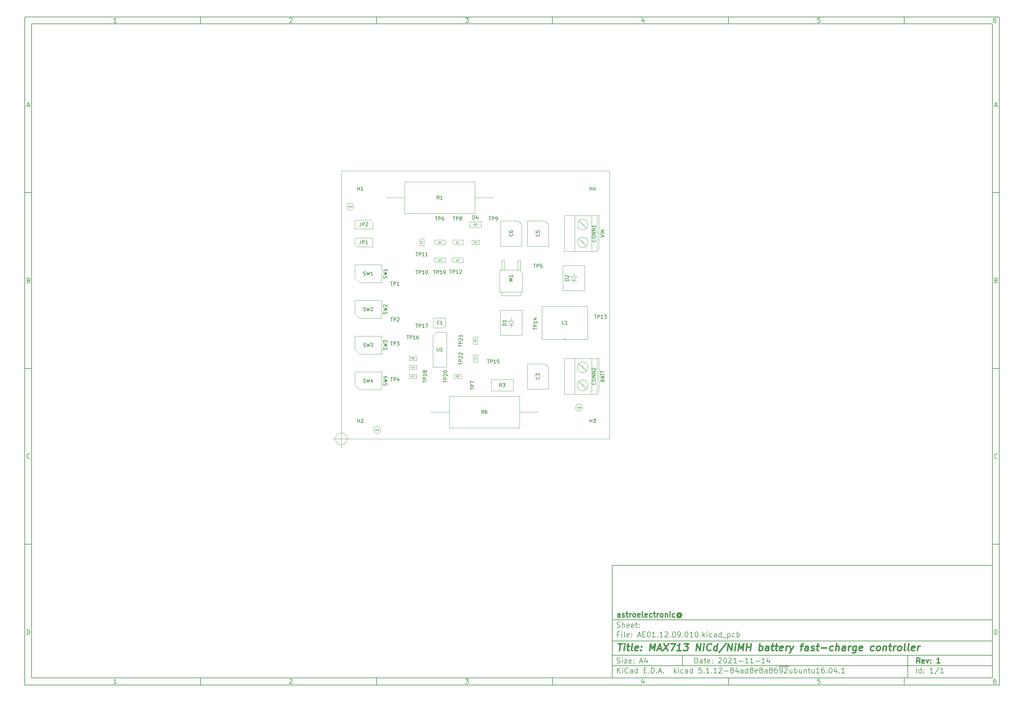
<source format=gbr>
%TF.GenerationSoftware,KiCad,Pcbnew,5.1.12-84ad8e8a86~92~ubuntu16.04.1*%
%TF.CreationDate,2021-11-14T14:14:53+01:00*%
%TF.ProjectId,AE01.12.09.010,41453031-2e31-4322-9e30-392e3031302e,1*%
%TF.SameCoordinates,Original*%
%TF.FileFunction,AssemblyDrawing,Top*%
%FSLAX46Y46*%
G04 Gerber Fmt 4.6, Leading zero omitted, Abs format (unit mm)*
G04 Created by KiCad (PCBNEW 5.1.12-84ad8e8a86~92~ubuntu16.04.1) date 2021-11-14 14:14:53*
%MOMM*%
%LPD*%
G01*
G04 APERTURE LIST*
%ADD10C,0.100000*%
%ADD11C,0.150000*%
%ADD12C,0.300000*%
%ADD13C,0.400000*%
%TA.AperFunction,Profile*%
%ADD14C,0.050000*%
%TD*%
%ADD15C,0.075000*%
%ADD16C,0.080000*%
%ADD17C,0.060000*%
%ADD18C,0.130000*%
G04 APERTURE END LIST*
D10*
D11*
X177002200Y-166007200D02*
X177002200Y-198007200D01*
X285002200Y-198007200D01*
X285002200Y-166007200D01*
X177002200Y-166007200D01*
D10*
D11*
X10000000Y-10000000D02*
X10000000Y-200007200D01*
X287002200Y-200007200D01*
X287002200Y-10000000D01*
X10000000Y-10000000D01*
D10*
D11*
X12000000Y-12000000D02*
X12000000Y-198007200D01*
X285002200Y-198007200D01*
X285002200Y-12000000D01*
X12000000Y-12000000D01*
D10*
D11*
X60000000Y-12000000D02*
X60000000Y-10000000D01*
D10*
D11*
X110000000Y-12000000D02*
X110000000Y-10000000D01*
D10*
D11*
X160000000Y-12000000D02*
X160000000Y-10000000D01*
D10*
D11*
X210000000Y-12000000D02*
X210000000Y-10000000D01*
D10*
D11*
X260000000Y-12000000D02*
X260000000Y-10000000D01*
D10*
D11*
X36065476Y-11588095D02*
X35322619Y-11588095D01*
X35694047Y-11588095D02*
X35694047Y-10288095D01*
X35570238Y-10473809D01*
X35446428Y-10597619D01*
X35322619Y-10659523D01*
D10*
D11*
X85322619Y-10411904D02*
X85384523Y-10350000D01*
X85508333Y-10288095D01*
X85817857Y-10288095D01*
X85941666Y-10350000D01*
X86003571Y-10411904D01*
X86065476Y-10535714D01*
X86065476Y-10659523D01*
X86003571Y-10845238D01*
X85260714Y-11588095D01*
X86065476Y-11588095D01*
D10*
D11*
X135260714Y-10288095D02*
X136065476Y-10288095D01*
X135632142Y-10783333D01*
X135817857Y-10783333D01*
X135941666Y-10845238D01*
X136003571Y-10907142D01*
X136065476Y-11030952D01*
X136065476Y-11340476D01*
X136003571Y-11464285D01*
X135941666Y-11526190D01*
X135817857Y-11588095D01*
X135446428Y-11588095D01*
X135322619Y-11526190D01*
X135260714Y-11464285D01*
D10*
D11*
X185941666Y-10721428D02*
X185941666Y-11588095D01*
X185632142Y-10226190D02*
X185322619Y-11154761D01*
X186127380Y-11154761D01*
D10*
D11*
X236003571Y-10288095D02*
X235384523Y-10288095D01*
X235322619Y-10907142D01*
X235384523Y-10845238D01*
X235508333Y-10783333D01*
X235817857Y-10783333D01*
X235941666Y-10845238D01*
X236003571Y-10907142D01*
X236065476Y-11030952D01*
X236065476Y-11340476D01*
X236003571Y-11464285D01*
X235941666Y-11526190D01*
X235817857Y-11588095D01*
X235508333Y-11588095D01*
X235384523Y-11526190D01*
X235322619Y-11464285D01*
D10*
D11*
X285941666Y-10288095D02*
X285694047Y-10288095D01*
X285570238Y-10350000D01*
X285508333Y-10411904D01*
X285384523Y-10597619D01*
X285322619Y-10845238D01*
X285322619Y-11340476D01*
X285384523Y-11464285D01*
X285446428Y-11526190D01*
X285570238Y-11588095D01*
X285817857Y-11588095D01*
X285941666Y-11526190D01*
X286003571Y-11464285D01*
X286065476Y-11340476D01*
X286065476Y-11030952D01*
X286003571Y-10907142D01*
X285941666Y-10845238D01*
X285817857Y-10783333D01*
X285570238Y-10783333D01*
X285446428Y-10845238D01*
X285384523Y-10907142D01*
X285322619Y-11030952D01*
D10*
D11*
X60000000Y-198007200D02*
X60000000Y-200007200D01*
D10*
D11*
X110000000Y-198007200D02*
X110000000Y-200007200D01*
D10*
D11*
X160000000Y-198007200D02*
X160000000Y-200007200D01*
D10*
D11*
X210000000Y-198007200D02*
X210000000Y-200007200D01*
D10*
D11*
X260000000Y-198007200D02*
X260000000Y-200007200D01*
D10*
D11*
X36065476Y-199595295D02*
X35322619Y-199595295D01*
X35694047Y-199595295D02*
X35694047Y-198295295D01*
X35570238Y-198481009D01*
X35446428Y-198604819D01*
X35322619Y-198666723D01*
D10*
D11*
X85322619Y-198419104D02*
X85384523Y-198357200D01*
X85508333Y-198295295D01*
X85817857Y-198295295D01*
X85941666Y-198357200D01*
X86003571Y-198419104D01*
X86065476Y-198542914D01*
X86065476Y-198666723D01*
X86003571Y-198852438D01*
X85260714Y-199595295D01*
X86065476Y-199595295D01*
D10*
D11*
X135260714Y-198295295D02*
X136065476Y-198295295D01*
X135632142Y-198790533D01*
X135817857Y-198790533D01*
X135941666Y-198852438D01*
X136003571Y-198914342D01*
X136065476Y-199038152D01*
X136065476Y-199347676D01*
X136003571Y-199471485D01*
X135941666Y-199533390D01*
X135817857Y-199595295D01*
X135446428Y-199595295D01*
X135322619Y-199533390D01*
X135260714Y-199471485D01*
D10*
D11*
X185941666Y-198728628D02*
X185941666Y-199595295D01*
X185632142Y-198233390D02*
X185322619Y-199161961D01*
X186127380Y-199161961D01*
D10*
D11*
X236003571Y-198295295D02*
X235384523Y-198295295D01*
X235322619Y-198914342D01*
X235384523Y-198852438D01*
X235508333Y-198790533D01*
X235817857Y-198790533D01*
X235941666Y-198852438D01*
X236003571Y-198914342D01*
X236065476Y-199038152D01*
X236065476Y-199347676D01*
X236003571Y-199471485D01*
X235941666Y-199533390D01*
X235817857Y-199595295D01*
X235508333Y-199595295D01*
X235384523Y-199533390D01*
X235322619Y-199471485D01*
D10*
D11*
X285941666Y-198295295D02*
X285694047Y-198295295D01*
X285570238Y-198357200D01*
X285508333Y-198419104D01*
X285384523Y-198604819D01*
X285322619Y-198852438D01*
X285322619Y-199347676D01*
X285384523Y-199471485D01*
X285446428Y-199533390D01*
X285570238Y-199595295D01*
X285817857Y-199595295D01*
X285941666Y-199533390D01*
X286003571Y-199471485D01*
X286065476Y-199347676D01*
X286065476Y-199038152D01*
X286003571Y-198914342D01*
X285941666Y-198852438D01*
X285817857Y-198790533D01*
X285570238Y-198790533D01*
X285446428Y-198852438D01*
X285384523Y-198914342D01*
X285322619Y-199038152D01*
D10*
D11*
X10000000Y-60000000D02*
X12000000Y-60000000D01*
D10*
D11*
X10000000Y-110000000D02*
X12000000Y-110000000D01*
D10*
D11*
X10000000Y-160000000D02*
X12000000Y-160000000D01*
D10*
D11*
X10690476Y-35216666D02*
X11309523Y-35216666D01*
X10566666Y-35588095D02*
X11000000Y-34288095D01*
X11433333Y-35588095D01*
D10*
D11*
X11092857Y-84907142D02*
X11278571Y-84969047D01*
X11340476Y-85030952D01*
X11402380Y-85154761D01*
X11402380Y-85340476D01*
X11340476Y-85464285D01*
X11278571Y-85526190D01*
X11154761Y-85588095D01*
X10659523Y-85588095D01*
X10659523Y-84288095D01*
X11092857Y-84288095D01*
X11216666Y-84350000D01*
X11278571Y-84411904D01*
X11340476Y-84535714D01*
X11340476Y-84659523D01*
X11278571Y-84783333D01*
X11216666Y-84845238D01*
X11092857Y-84907142D01*
X10659523Y-84907142D01*
D10*
D11*
X11402380Y-135464285D02*
X11340476Y-135526190D01*
X11154761Y-135588095D01*
X11030952Y-135588095D01*
X10845238Y-135526190D01*
X10721428Y-135402380D01*
X10659523Y-135278571D01*
X10597619Y-135030952D01*
X10597619Y-134845238D01*
X10659523Y-134597619D01*
X10721428Y-134473809D01*
X10845238Y-134350000D01*
X11030952Y-134288095D01*
X11154761Y-134288095D01*
X11340476Y-134350000D01*
X11402380Y-134411904D01*
D10*
D11*
X10659523Y-185588095D02*
X10659523Y-184288095D01*
X10969047Y-184288095D01*
X11154761Y-184350000D01*
X11278571Y-184473809D01*
X11340476Y-184597619D01*
X11402380Y-184845238D01*
X11402380Y-185030952D01*
X11340476Y-185278571D01*
X11278571Y-185402380D01*
X11154761Y-185526190D01*
X10969047Y-185588095D01*
X10659523Y-185588095D01*
D10*
D11*
X287002200Y-60000000D02*
X285002200Y-60000000D01*
D10*
D11*
X287002200Y-110000000D02*
X285002200Y-110000000D01*
D10*
D11*
X287002200Y-160000000D02*
X285002200Y-160000000D01*
D10*
D11*
X285692676Y-35216666D02*
X286311723Y-35216666D01*
X285568866Y-35588095D02*
X286002200Y-34288095D01*
X286435533Y-35588095D01*
D10*
D11*
X286095057Y-84907142D02*
X286280771Y-84969047D01*
X286342676Y-85030952D01*
X286404580Y-85154761D01*
X286404580Y-85340476D01*
X286342676Y-85464285D01*
X286280771Y-85526190D01*
X286156961Y-85588095D01*
X285661723Y-85588095D01*
X285661723Y-84288095D01*
X286095057Y-84288095D01*
X286218866Y-84350000D01*
X286280771Y-84411904D01*
X286342676Y-84535714D01*
X286342676Y-84659523D01*
X286280771Y-84783333D01*
X286218866Y-84845238D01*
X286095057Y-84907142D01*
X285661723Y-84907142D01*
D10*
D11*
X286404580Y-135464285D02*
X286342676Y-135526190D01*
X286156961Y-135588095D01*
X286033152Y-135588095D01*
X285847438Y-135526190D01*
X285723628Y-135402380D01*
X285661723Y-135278571D01*
X285599819Y-135030952D01*
X285599819Y-134845238D01*
X285661723Y-134597619D01*
X285723628Y-134473809D01*
X285847438Y-134350000D01*
X286033152Y-134288095D01*
X286156961Y-134288095D01*
X286342676Y-134350000D01*
X286404580Y-134411904D01*
D10*
D11*
X285661723Y-185588095D02*
X285661723Y-184288095D01*
X285971247Y-184288095D01*
X286156961Y-184350000D01*
X286280771Y-184473809D01*
X286342676Y-184597619D01*
X286404580Y-184845238D01*
X286404580Y-185030952D01*
X286342676Y-185278571D01*
X286280771Y-185402380D01*
X286156961Y-185526190D01*
X285971247Y-185588095D01*
X285661723Y-185588095D01*
D10*
D11*
X200434342Y-193785771D02*
X200434342Y-192285771D01*
X200791485Y-192285771D01*
X201005771Y-192357200D01*
X201148628Y-192500057D01*
X201220057Y-192642914D01*
X201291485Y-192928628D01*
X201291485Y-193142914D01*
X201220057Y-193428628D01*
X201148628Y-193571485D01*
X201005771Y-193714342D01*
X200791485Y-193785771D01*
X200434342Y-193785771D01*
X202577200Y-193785771D02*
X202577200Y-193000057D01*
X202505771Y-192857200D01*
X202362914Y-192785771D01*
X202077200Y-192785771D01*
X201934342Y-192857200D01*
X202577200Y-193714342D02*
X202434342Y-193785771D01*
X202077200Y-193785771D01*
X201934342Y-193714342D01*
X201862914Y-193571485D01*
X201862914Y-193428628D01*
X201934342Y-193285771D01*
X202077200Y-193214342D01*
X202434342Y-193214342D01*
X202577200Y-193142914D01*
X203077200Y-192785771D02*
X203648628Y-192785771D01*
X203291485Y-192285771D02*
X203291485Y-193571485D01*
X203362914Y-193714342D01*
X203505771Y-193785771D01*
X203648628Y-193785771D01*
X204720057Y-193714342D02*
X204577200Y-193785771D01*
X204291485Y-193785771D01*
X204148628Y-193714342D01*
X204077200Y-193571485D01*
X204077200Y-193000057D01*
X204148628Y-192857200D01*
X204291485Y-192785771D01*
X204577200Y-192785771D01*
X204720057Y-192857200D01*
X204791485Y-193000057D01*
X204791485Y-193142914D01*
X204077200Y-193285771D01*
X205434342Y-193642914D02*
X205505771Y-193714342D01*
X205434342Y-193785771D01*
X205362914Y-193714342D01*
X205434342Y-193642914D01*
X205434342Y-193785771D01*
X205434342Y-192857200D02*
X205505771Y-192928628D01*
X205434342Y-193000057D01*
X205362914Y-192928628D01*
X205434342Y-192857200D01*
X205434342Y-193000057D01*
X207220057Y-192428628D02*
X207291485Y-192357200D01*
X207434342Y-192285771D01*
X207791485Y-192285771D01*
X207934342Y-192357200D01*
X208005771Y-192428628D01*
X208077200Y-192571485D01*
X208077200Y-192714342D01*
X208005771Y-192928628D01*
X207148628Y-193785771D01*
X208077200Y-193785771D01*
X209005771Y-192285771D02*
X209148628Y-192285771D01*
X209291485Y-192357200D01*
X209362914Y-192428628D01*
X209434342Y-192571485D01*
X209505771Y-192857200D01*
X209505771Y-193214342D01*
X209434342Y-193500057D01*
X209362914Y-193642914D01*
X209291485Y-193714342D01*
X209148628Y-193785771D01*
X209005771Y-193785771D01*
X208862914Y-193714342D01*
X208791485Y-193642914D01*
X208720057Y-193500057D01*
X208648628Y-193214342D01*
X208648628Y-192857200D01*
X208720057Y-192571485D01*
X208791485Y-192428628D01*
X208862914Y-192357200D01*
X209005771Y-192285771D01*
X210077200Y-192428628D02*
X210148628Y-192357200D01*
X210291485Y-192285771D01*
X210648628Y-192285771D01*
X210791485Y-192357200D01*
X210862914Y-192428628D01*
X210934342Y-192571485D01*
X210934342Y-192714342D01*
X210862914Y-192928628D01*
X210005771Y-193785771D01*
X210934342Y-193785771D01*
X212362914Y-193785771D02*
X211505771Y-193785771D01*
X211934342Y-193785771D02*
X211934342Y-192285771D01*
X211791485Y-192500057D01*
X211648628Y-192642914D01*
X211505771Y-192714342D01*
X213005771Y-193214342D02*
X214148628Y-193214342D01*
X215648628Y-193785771D02*
X214791485Y-193785771D01*
X215220057Y-193785771D02*
X215220057Y-192285771D01*
X215077200Y-192500057D01*
X214934342Y-192642914D01*
X214791485Y-192714342D01*
X217077200Y-193785771D02*
X216220057Y-193785771D01*
X216648628Y-193785771D02*
X216648628Y-192285771D01*
X216505771Y-192500057D01*
X216362914Y-192642914D01*
X216220057Y-192714342D01*
X217720057Y-193214342D02*
X218862914Y-193214342D01*
X220362914Y-193785771D02*
X219505771Y-193785771D01*
X219934342Y-193785771D02*
X219934342Y-192285771D01*
X219791485Y-192500057D01*
X219648628Y-192642914D01*
X219505771Y-192714342D01*
X221648628Y-192785771D02*
X221648628Y-193785771D01*
X221291485Y-192214342D02*
X220934342Y-193285771D01*
X221862914Y-193285771D01*
D10*
D11*
X177002200Y-194507200D02*
X285002200Y-194507200D01*
D10*
D11*
X178434342Y-196585771D02*
X178434342Y-195085771D01*
X179291485Y-196585771D02*
X178648628Y-195728628D01*
X179291485Y-195085771D02*
X178434342Y-195942914D01*
X179934342Y-196585771D02*
X179934342Y-195585771D01*
X179934342Y-195085771D02*
X179862914Y-195157200D01*
X179934342Y-195228628D01*
X180005771Y-195157200D01*
X179934342Y-195085771D01*
X179934342Y-195228628D01*
X181505771Y-196442914D02*
X181434342Y-196514342D01*
X181220057Y-196585771D01*
X181077200Y-196585771D01*
X180862914Y-196514342D01*
X180720057Y-196371485D01*
X180648628Y-196228628D01*
X180577200Y-195942914D01*
X180577200Y-195728628D01*
X180648628Y-195442914D01*
X180720057Y-195300057D01*
X180862914Y-195157200D01*
X181077200Y-195085771D01*
X181220057Y-195085771D01*
X181434342Y-195157200D01*
X181505771Y-195228628D01*
X182791485Y-196585771D02*
X182791485Y-195800057D01*
X182720057Y-195657200D01*
X182577200Y-195585771D01*
X182291485Y-195585771D01*
X182148628Y-195657200D01*
X182791485Y-196514342D02*
X182648628Y-196585771D01*
X182291485Y-196585771D01*
X182148628Y-196514342D01*
X182077200Y-196371485D01*
X182077200Y-196228628D01*
X182148628Y-196085771D01*
X182291485Y-196014342D01*
X182648628Y-196014342D01*
X182791485Y-195942914D01*
X184148628Y-196585771D02*
X184148628Y-195085771D01*
X184148628Y-196514342D02*
X184005771Y-196585771D01*
X183720057Y-196585771D01*
X183577200Y-196514342D01*
X183505771Y-196442914D01*
X183434342Y-196300057D01*
X183434342Y-195871485D01*
X183505771Y-195728628D01*
X183577200Y-195657200D01*
X183720057Y-195585771D01*
X184005771Y-195585771D01*
X184148628Y-195657200D01*
X186005771Y-195800057D02*
X186505771Y-195800057D01*
X186720057Y-196585771D02*
X186005771Y-196585771D01*
X186005771Y-195085771D01*
X186720057Y-195085771D01*
X187362914Y-196442914D02*
X187434342Y-196514342D01*
X187362914Y-196585771D01*
X187291485Y-196514342D01*
X187362914Y-196442914D01*
X187362914Y-196585771D01*
X188077200Y-196585771D02*
X188077200Y-195085771D01*
X188434342Y-195085771D01*
X188648628Y-195157200D01*
X188791485Y-195300057D01*
X188862914Y-195442914D01*
X188934342Y-195728628D01*
X188934342Y-195942914D01*
X188862914Y-196228628D01*
X188791485Y-196371485D01*
X188648628Y-196514342D01*
X188434342Y-196585771D01*
X188077200Y-196585771D01*
X189577200Y-196442914D02*
X189648628Y-196514342D01*
X189577200Y-196585771D01*
X189505771Y-196514342D01*
X189577200Y-196442914D01*
X189577200Y-196585771D01*
X190220057Y-196157200D02*
X190934342Y-196157200D01*
X190077200Y-196585771D02*
X190577200Y-195085771D01*
X191077200Y-196585771D01*
X191577200Y-196442914D02*
X191648628Y-196514342D01*
X191577200Y-196585771D01*
X191505771Y-196514342D01*
X191577200Y-196442914D01*
X191577200Y-196585771D01*
X194577200Y-196585771D02*
X194577200Y-195085771D01*
X194720057Y-196014342D02*
X195148628Y-196585771D01*
X195148628Y-195585771D02*
X194577200Y-196157200D01*
X195791485Y-196585771D02*
X195791485Y-195585771D01*
X195791485Y-195085771D02*
X195720057Y-195157200D01*
X195791485Y-195228628D01*
X195862914Y-195157200D01*
X195791485Y-195085771D01*
X195791485Y-195228628D01*
X197148628Y-196514342D02*
X197005771Y-196585771D01*
X196720057Y-196585771D01*
X196577200Y-196514342D01*
X196505771Y-196442914D01*
X196434342Y-196300057D01*
X196434342Y-195871485D01*
X196505771Y-195728628D01*
X196577200Y-195657200D01*
X196720057Y-195585771D01*
X197005771Y-195585771D01*
X197148628Y-195657200D01*
X198434342Y-196585771D02*
X198434342Y-195800057D01*
X198362914Y-195657200D01*
X198220057Y-195585771D01*
X197934342Y-195585771D01*
X197791485Y-195657200D01*
X198434342Y-196514342D02*
X198291485Y-196585771D01*
X197934342Y-196585771D01*
X197791485Y-196514342D01*
X197720057Y-196371485D01*
X197720057Y-196228628D01*
X197791485Y-196085771D01*
X197934342Y-196014342D01*
X198291485Y-196014342D01*
X198434342Y-195942914D01*
X199791485Y-196585771D02*
X199791485Y-195085771D01*
X199791485Y-196514342D02*
X199648628Y-196585771D01*
X199362914Y-196585771D01*
X199220057Y-196514342D01*
X199148628Y-196442914D01*
X199077200Y-196300057D01*
X199077200Y-195871485D01*
X199148628Y-195728628D01*
X199220057Y-195657200D01*
X199362914Y-195585771D01*
X199648628Y-195585771D01*
X199791485Y-195657200D01*
X202362914Y-195085771D02*
X201648628Y-195085771D01*
X201577200Y-195800057D01*
X201648628Y-195728628D01*
X201791485Y-195657200D01*
X202148628Y-195657200D01*
X202291485Y-195728628D01*
X202362914Y-195800057D01*
X202434342Y-195942914D01*
X202434342Y-196300057D01*
X202362914Y-196442914D01*
X202291485Y-196514342D01*
X202148628Y-196585771D01*
X201791485Y-196585771D01*
X201648628Y-196514342D01*
X201577200Y-196442914D01*
X203077200Y-196442914D02*
X203148628Y-196514342D01*
X203077200Y-196585771D01*
X203005771Y-196514342D01*
X203077200Y-196442914D01*
X203077200Y-196585771D01*
X204577200Y-196585771D02*
X203720057Y-196585771D01*
X204148628Y-196585771D02*
X204148628Y-195085771D01*
X204005771Y-195300057D01*
X203862914Y-195442914D01*
X203720057Y-195514342D01*
X205220057Y-196442914D02*
X205291485Y-196514342D01*
X205220057Y-196585771D01*
X205148628Y-196514342D01*
X205220057Y-196442914D01*
X205220057Y-196585771D01*
X206720057Y-196585771D02*
X205862914Y-196585771D01*
X206291485Y-196585771D02*
X206291485Y-195085771D01*
X206148628Y-195300057D01*
X206005771Y-195442914D01*
X205862914Y-195514342D01*
X207291485Y-195228628D02*
X207362914Y-195157200D01*
X207505771Y-195085771D01*
X207862914Y-195085771D01*
X208005771Y-195157200D01*
X208077200Y-195228628D01*
X208148628Y-195371485D01*
X208148628Y-195514342D01*
X208077200Y-195728628D01*
X207220057Y-196585771D01*
X208148628Y-196585771D01*
X208791485Y-196014342D02*
X209934342Y-196014342D01*
X210862914Y-195728628D02*
X210720057Y-195657200D01*
X210648628Y-195585771D01*
X210577200Y-195442914D01*
X210577200Y-195371485D01*
X210648628Y-195228628D01*
X210720057Y-195157200D01*
X210862914Y-195085771D01*
X211148628Y-195085771D01*
X211291485Y-195157200D01*
X211362914Y-195228628D01*
X211434342Y-195371485D01*
X211434342Y-195442914D01*
X211362914Y-195585771D01*
X211291485Y-195657200D01*
X211148628Y-195728628D01*
X210862914Y-195728628D01*
X210720057Y-195800057D01*
X210648628Y-195871485D01*
X210577200Y-196014342D01*
X210577200Y-196300057D01*
X210648628Y-196442914D01*
X210720057Y-196514342D01*
X210862914Y-196585771D01*
X211148628Y-196585771D01*
X211291485Y-196514342D01*
X211362914Y-196442914D01*
X211434342Y-196300057D01*
X211434342Y-196014342D01*
X211362914Y-195871485D01*
X211291485Y-195800057D01*
X211148628Y-195728628D01*
X212720057Y-195585771D02*
X212720057Y-196585771D01*
X212362914Y-195014342D02*
X212005771Y-196085771D01*
X212934342Y-196085771D01*
X214148628Y-196585771D02*
X214148628Y-195800057D01*
X214077200Y-195657200D01*
X213934342Y-195585771D01*
X213648628Y-195585771D01*
X213505771Y-195657200D01*
X214148628Y-196514342D02*
X214005771Y-196585771D01*
X213648628Y-196585771D01*
X213505771Y-196514342D01*
X213434342Y-196371485D01*
X213434342Y-196228628D01*
X213505771Y-196085771D01*
X213648628Y-196014342D01*
X214005771Y-196014342D01*
X214148628Y-195942914D01*
X215505771Y-196585771D02*
X215505771Y-195085771D01*
X215505771Y-196514342D02*
X215362914Y-196585771D01*
X215077200Y-196585771D01*
X214934342Y-196514342D01*
X214862914Y-196442914D01*
X214791485Y-196300057D01*
X214791485Y-195871485D01*
X214862914Y-195728628D01*
X214934342Y-195657200D01*
X215077200Y-195585771D01*
X215362914Y-195585771D01*
X215505771Y-195657200D01*
X216434342Y-195728628D02*
X216291485Y-195657200D01*
X216220057Y-195585771D01*
X216148628Y-195442914D01*
X216148628Y-195371485D01*
X216220057Y-195228628D01*
X216291485Y-195157200D01*
X216434342Y-195085771D01*
X216720057Y-195085771D01*
X216862914Y-195157200D01*
X216934342Y-195228628D01*
X217005771Y-195371485D01*
X217005771Y-195442914D01*
X216934342Y-195585771D01*
X216862914Y-195657200D01*
X216720057Y-195728628D01*
X216434342Y-195728628D01*
X216291485Y-195800057D01*
X216220057Y-195871485D01*
X216148628Y-196014342D01*
X216148628Y-196300057D01*
X216220057Y-196442914D01*
X216291485Y-196514342D01*
X216434342Y-196585771D01*
X216720057Y-196585771D01*
X216862914Y-196514342D01*
X216934342Y-196442914D01*
X217005771Y-196300057D01*
X217005771Y-196014342D01*
X216934342Y-195871485D01*
X216862914Y-195800057D01*
X216720057Y-195728628D01*
X218220057Y-196514342D02*
X218077200Y-196585771D01*
X217791485Y-196585771D01*
X217648628Y-196514342D01*
X217577200Y-196371485D01*
X217577200Y-195800057D01*
X217648628Y-195657200D01*
X217791485Y-195585771D01*
X218077200Y-195585771D01*
X218220057Y-195657200D01*
X218291485Y-195800057D01*
X218291485Y-195942914D01*
X217577200Y-196085771D01*
X219148628Y-195728628D02*
X219005771Y-195657200D01*
X218934342Y-195585771D01*
X218862914Y-195442914D01*
X218862914Y-195371485D01*
X218934342Y-195228628D01*
X219005771Y-195157200D01*
X219148628Y-195085771D01*
X219434342Y-195085771D01*
X219577200Y-195157200D01*
X219648628Y-195228628D01*
X219720057Y-195371485D01*
X219720057Y-195442914D01*
X219648628Y-195585771D01*
X219577200Y-195657200D01*
X219434342Y-195728628D01*
X219148628Y-195728628D01*
X219005771Y-195800057D01*
X218934342Y-195871485D01*
X218862914Y-196014342D01*
X218862914Y-196300057D01*
X218934342Y-196442914D01*
X219005771Y-196514342D01*
X219148628Y-196585771D01*
X219434342Y-196585771D01*
X219577200Y-196514342D01*
X219648628Y-196442914D01*
X219720057Y-196300057D01*
X219720057Y-196014342D01*
X219648628Y-195871485D01*
X219577200Y-195800057D01*
X219434342Y-195728628D01*
X221005771Y-196585771D02*
X221005771Y-195800057D01*
X220934342Y-195657200D01*
X220791485Y-195585771D01*
X220505771Y-195585771D01*
X220362914Y-195657200D01*
X221005771Y-196514342D02*
X220862914Y-196585771D01*
X220505771Y-196585771D01*
X220362914Y-196514342D01*
X220291485Y-196371485D01*
X220291485Y-196228628D01*
X220362914Y-196085771D01*
X220505771Y-196014342D01*
X220862914Y-196014342D01*
X221005771Y-195942914D01*
X221934342Y-195728628D02*
X221791485Y-195657200D01*
X221720057Y-195585771D01*
X221648628Y-195442914D01*
X221648628Y-195371485D01*
X221720057Y-195228628D01*
X221791485Y-195157200D01*
X221934342Y-195085771D01*
X222220057Y-195085771D01*
X222362914Y-195157200D01*
X222434342Y-195228628D01*
X222505771Y-195371485D01*
X222505771Y-195442914D01*
X222434342Y-195585771D01*
X222362914Y-195657200D01*
X222220057Y-195728628D01*
X221934342Y-195728628D01*
X221791485Y-195800057D01*
X221720057Y-195871485D01*
X221648628Y-196014342D01*
X221648628Y-196300057D01*
X221720057Y-196442914D01*
X221791485Y-196514342D01*
X221934342Y-196585771D01*
X222220057Y-196585771D01*
X222362914Y-196514342D01*
X222434342Y-196442914D01*
X222505771Y-196300057D01*
X222505771Y-196014342D01*
X222434342Y-195871485D01*
X222362914Y-195800057D01*
X222220057Y-195728628D01*
X223791485Y-195085771D02*
X223505771Y-195085771D01*
X223362914Y-195157200D01*
X223291485Y-195228628D01*
X223148628Y-195442914D01*
X223077200Y-195728628D01*
X223077200Y-196300057D01*
X223148628Y-196442914D01*
X223220057Y-196514342D01*
X223362914Y-196585771D01*
X223648628Y-196585771D01*
X223791485Y-196514342D01*
X223862914Y-196442914D01*
X223934342Y-196300057D01*
X223934342Y-195942914D01*
X223862914Y-195800057D01*
X223791485Y-195728628D01*
X223648628Y-195657200D01*
X223362914Y-195657200D01*
X223220057Y-195728628D01*
X223148628Y-195800057D01*
X223077200Y-195942914D01*
X224220057Y-194677200D02*
X225648628Y-194677200D01*
X224648628Y-196585771D02*
X224934342Y-196585771D01*
X225077200Y-196514342D01*
X225148628Y-196442914D01*
X225291485Y-196228628D01*
X225362914Y-195942914D01*
X225362914Y-195371485D01*
X225291485Y-195228628D01*
X225220057Y-195157200D01*
X225077200Y-195085771D01*
X224791485Y-195085771D01*
X224648628Y-195157200D01*
X224577200Y-195228628D01*
X224505771Y-195371485D01*
X224505771Y-195728628D01*
X224577200Y-195871485D01*
X224648628Y-195942914D01*
X224791485Y-196014342D01*
X225077200Y-196014342D01*
X225220057Y-195942914D01*
X225291485Y-195871485D01*
X225362914Y-195728628D01*
X225648628Y-194677200D02*
X227077199Y-194677200D01*
X225934342Y-195228628D02*
X226005771Y-195157200D01*
X226148628Y-195085771D01*
X226505771Y-195085771D01*
X226648628Y-195157200D01*
X226720057Y-195228628D01*
X226791485Y-195371485D01*
X226791485Y-195514342D01*
X226720057Y-195728628D01*
X225862914Y-196585771D01*
X226791485Y-196585771D01*
X228077199Y-195585771D02*
X228077199Y-196585771D01*
X227434342Y-195585771D02*
X227434342Y-196371485D01*
X227505771Y-196514342D01*
X227648628Y-196585771D01*
X227862914Y-196585771D01*
X228005771Y-196514342D01*
X228077199Y-196442914D01*
X228791485Y-196585771D02*
X228791485Y-195085771D01*
X228791485Y-195657200D02*
X228934342Y-195585771D01*
X229220057Y-195585771D01*
X229362914Y-195657200D01*
X229434342Y-195728628D01*
X229505771Y-195871485D01*
X229505771Y-196300057D01*
X229434342Y-196442914D01*
X229362914Y-196514342D01*
X229220057Y-196585771D01*
X228934342Y-196585771D01*
X228791485Y-196514342D01*
X230791485Y-195585771D02*
X230791485Y-196585771D01*
X230148628Y-195585771D02*
X230148628Y-196371485D01*
X230220057Y-196514342D01*
X230362914Y-196585771D01*
X230577199Y-196585771D01*
X230720057Y-196514342D01*
X230791485Y-196442914D01*
X231505771Y-195585771D02*
X231505771Y-196585771D01*
X231505771Y-195728628D02*
X231577199Y-195657200D01*
X231720057Y-195585771D01*
X231934342Y-195585771D01*
X232077199Y-195657200D01*
X232148628Y-195800057D01*
X232148628Y-196585771D01*
X232648628Y-195585771D02*
X233220057Y-195585771D01*
X232862914Y-195085771D02*
X232862914Y-196371485D01*
X232934342Y-196514342D01*
X233077200Y-196585771D01*
X233220057Y-196585771D01*
X234362914Y-195585771D02*
X234362914Y-196585771D01*
X233720057Y-195585771D02*
X233720057Y-196371485D01*
X233791485Y-196514342D01*
X233934342Y-196585771D01*
X234148628Y-196585771D01*
X234291485Y-196514342D01*
X234362914Y-196442914D01*
X235862914Y-196585771D02*
X235005771Y-196585771D01*
X235434342Y-196585771D02*
X235434342Y-195085771D01*
X235291485Y-195300057D01*
X235148628Y-195442914D01*
X235005771Y-195514342D01*
X237148628Y-195085771D02*
X236862914Y-195085771D01*
X236720057Y-195157200D01*
X236648628Y-195228628D01*
X236505771Y-195442914D01*
X236434342Y-195728628D01*
X236434342Y-196300057D01*
X236505771Y-196442914D01*
X236577199Y-196514342D01*
X236720057Y-196585771D01*
X237005771Y-196585771D01*
X237148628Y-196514342D01*
X237220057Y-196442914D01*
X237291485Y-196300057D01*
X237291485Y-195942914D01*
X237220057Y-195800057D01*
X237148628Y-195728628D01*
X237005771Y-195657200D01*
X236720057Y-195657200D01*
X236577199Y-195728628D01*
X236505771Y-195800057D01*
X236434342Y-195942914D01*
X237934342Y-196442914D02*
X238005771Y-196514342D01*
X237934342Y-196585771D01*
X237862914Y-196514342D01*
X237934342Y-196442914D01*
X237934342Y-196585771D01*
X238934342Y-195085771D02*
X239077199Y-195085771D01*
X239220057Y-195157200D01*
X239291485Y-195228628D01*
X239362914Y-195371485D01*
X239434342Y-195657200D01*
X239434342Y-196014342D01*
X239362914Y-196300057D01*
X239291485Y-196442914D01*
X239220057Y-196514342D01*
X239077199Y-196585771D01*
X238934342Y-196585771D01*
X238791485Y-196514342D01*
X238720057Y-196442914D01*
X238648628Y-196300057D01*
X238577199Y-196014342D01*
X238577199Y-195657200D01*
X238648628Y-195371485D01*
X238720057Y-195228628D01*
X238791485Y-195157200D01*
X238934342Y-195085771D01*
X240720057Y-195585771D02*
X240720057Y-196585771D01*
X240362914Y-195014342D02*
X240005771Y-196085771D01*
X240934342Y-196085771D01*
X241505771Y-196442914D02*
X241577199Y-196514342D01*
X241505771Y-196585771D01*
X241434342Y-196514342D01*
X241505771Y-196442914D01*
X241505771Y-196585771D01*
X243005771Y-196585771D02*
X242148628Y-196585771D01*
X242577199Y-196585771D02*
X242577199Y-195085771D01*
X242434342Y-195300057D01*
X242291485Y-195442914D01*
X242148628Y-195514342D01*
D10*
D11*
X177002200Y-191507200D02*
X285002200Y-191507200D01*
D10*
D12*
X264411485Y-193785771D02*
X263911485Y-193071485D01*
X263554342Y-193785771D02*
X263554342Y-192285771D01*
X264125771Y-192285771D01*
X264268628Y-192357200D01*
X264340057Y-192428628D01*
X264411485Y-192571485D01*
X264411485Y-192785771D01*
X264340057Y-192928628D01*
X264268628Y-193000057D01*
X264125771Y-193071485D01*
X263554342Y-193071485D01*
X265625771Y-193714342D02*
X265482914Y-193785771D01*
X265197200Y-193785771D01*
X265054342Y-193714342D01*
X264982914Y-193571485D01*
X264982914Y-193000057D01*
X265054342Y-192857200D01*
X265197200Y-192785771D01*
X265482914Y-192785771D01*
X265625771Y-192857200D01*
X265697200Y-193000057D01*
X265697200Y-193142914D01*
X264982914Y-193285771D01*
X266197200Y-192785771D02*
X266554342Y-193785771D01*
X266911485Y-192785771D01*
X267482914Y-193642914D02*
X267554342Y-193714342D01*
X267482914Y-193785771D01*
X267411485Y-193714342D01*
X267482914Y-193642914D01*
X267482914Y-193785771D01*
X267482914Y-192857200D02*
X267554342Y-192928628D01*
X267482914Y-193000057D01*
X267411485Y-192928628D01*
X267482914Y-192857200D01*
X267482914Y-193000057D01*
X270125771Y-193785771D02*
X269268628Y-193785771D01*
X269697200Y-193785771D02*
X269697200Y-192285771D01*
X269554342Y-192500057D01*
X269411485Y-192642914D01*
X269268628Y-192714342D01*
D10*
D11*
X178362914Y-193714342D02*
X178577200Y-193785771D01*
X178934342Y-193785771D01*
X179077200Y-193714342D01*
X179148628Y-193642914D01*
X179220057Y-193500057D01*
X179220057Y-193357200D01*
X179148628Y-193214342D01*
X179077200Y-193142914D01*
X178934342Y-193071485D01*
X178648628Y-193000057D01*
X178505771Y-192928628D01*
X178434342Y-192857200D01*
X178362914Y-192714342D01*
X178362914Y-192571485D01*
X178434342Y-192428628D01*
X178505771Y-192357200D01*
X178648628Y-192285771D01*
X179005771Y-192285771D01*
X179220057Y-192357200D01*
X179862914Y-193785771D02*
X179862914Y-192785771D01*
X179862914Y-192285771D02*
X179791485Y-192357200D01*
X179862914Y-192428628D01*
X179934342Y-192357200D01*
X179862914Y-192285771D01*
X179862914Y-192428628D01*
X180434342Y-192785771D02*
X181220057Y-192785771D01*
X180434342Y-193785771D01*
X181220057Y-193785771D01*
X182362914Y-193714342D02*
X182220057Y-193785771D01*
X181934342Y-193785771D01*
X181791485Y-193714342D01*
X181720057Y-193571485D01*
X181720057Y-193000057D01*
X181791485Y-192857200D01*
X181934342Y-192785771D01*
X182220057Y-192785771D01*
X182362914Y-192857200D01*
X182434342Y-193000057D01*
X182434342Y-193142914D01*
X181720057Y-193285771D01*
X183077200Y-193642914D02*
X183148628Y-193714342D01*
X183077200Y-193785771D01*
X183005771Y-193714342D01*
X183077200Y-193642914D01*
X183077200Y-193785771D01*
X183077200Y-192857200D02*
X183148628Y-192928628D01*
X183077200Y-193000057D01*
X183005771Y-192928628D01*
X183077200Y-192857200D01*
X183077200Y-193000057D01*
X184862914Y-193357200D02*
X185577200Y-193357200D01*
X184720057Y-193785771D02*
X185220057Y-192285771D01*
X185720057Y-193785771D01*
X186862914Y-192785771D02*
X186862914Y-193785771D01*
X186505771Y-192214342D02*
X186148628Y-193285771D01*
X187077200Y-193285771D01*
D10*
D11*
X263434342Y-196585771D02*
X263434342Y-195085771D01*
X264791485Y-196585771D02*
X264791485Y-195085771D01*
X264791485Y-196514342D02*
X264648628Y-196585771D01*
X264362914Y-196585771D01*
X264220057Y-196514342D01*
X264148628Y-196442914D01*
X264077200Y-196300057D01*
X264077200Y-195871485D01*
X264148628Y-195728628D01*
X264220057Y-195657200D01*
X264362914Y-195585771D01*
X264648628Y-195585771D01*
X264791485Y-195657200D01*
X265505771Y-196442914D02*
X265577200Y-196514342D01*
X265505771Y-196585771D01*
X265434342Y-196514342D01*
X265505771Y-196442914D01*
X265505771Y-196585771D01*
X265505771Y-195657200D02*
X265577200Y-195728628D01*
X265505771Y-195800057D01*
X265434342Y-195728628D01*
X265505771Y-195657200D01*
X265505771Y-195800057D01*
X268148628Y-196585771D02*
X267291485Y-196585771D01*
X267720057Y-196585771D02*
X267720057Y-195085771D01*
X267577200Y-195300057D01*
X267434342Y-195442914D01*
X267291485Y-195514342D01*
X269862914Y-195014342D02*
X268577200Y-196942914D01*
X271148628Y-196585771D02*
X270291485Y-196585771D01*
X270720057Y-196585771D02*
X270720057Y-195085771D01*
X270577200Y-195300057D01*
X270434342Y-195442914D01*
X270291485Y-195514342D01*
D10*
D11*
X177002200Y-187507200D02*
X285002200Y-187507200D01*
D10*
D13*
X178714580Y-188211961D02*
X179857438Y-188211961D01*
X179036009Y-190211961D02*
X179286009Y-188211961D01*
X180274104Y-190211961D02*
X180440771Y-188878628D01*
X180524104Y-188211961D02*
X180416961Y-188307200D01*
X180500295Y-188402438D01*
X180607438Y-188307200D01*
X180524104Y-188211961D01*
X180500295Y-188402438D01*
X181107438Y-188878628D02*
X181869342Y-188878628D01*
X181476485Y-188211961D02*
X181262200Y-189926247D01*
X181333628Y-190116723D01*
X181512200Y-190211961D01*
X181702676Y-190211961D01*
X182655057Y-190211961D02*
X182476485Y-190116723D01*
X182405057Y-189926247D01*
X182619342Y-188211961D01*
X184190771Y-190116723D02*
X183988390Y-190211961D01*
X183607438Y-190211961D01*
X183428866Y-190116723D01*
X183357438Y-189926247D01*
X183452676Y-189164342D01*
X183571723Y-188973866D01*
X183774104Y-188878628D01*
X184155057Y-188878628D01*
X184333628Y-188973866D01*
X184405057Y-189164342D01*
X184381247Y-189354819D01*
X183405057Y-189545295D01*
X185155057Y-190021485D02*
X185238390Y-190116723D01*
X185131247Y-190211961D01*
X185047914Y-190116723D01*
X185155057Y-190021485D01*
X185131247Y-190211961D01*
X185286009Y-188973866D02*
X185369342Y-189069104D01*
X185262200Y-189164342D01*
X185178866Y-189069104D01*
X185286009Y-188973866D01*
X185262200Y-189164342D01*
X187607438Y-190211961D02*
X187857438Y-188211961D01*
X188345533Y-189640533D01*
X189190771Y-188211961D01*
X188940771Y-190211961D01*
X189869342Y-189640533D02*
X190821723Y-189640533D01*
X189607438Y-190211961D02*
X190524104Y-188211961D01*
X190940771Y-190211961D01*
X191666961Y-188211961D02*
X192750295Y-190211961D01*
X193000295Y-188211961D02*
X191416961Y-190211961D01*
X193571723Y-188211961D02*
X194905057Y-188211961D01*
X193797914Y-190211961D01*
X196464580Y-190211961D02*
X195321723Y-190211961D01*
X195893152Y-190211961D02*
X196143152Y-188211961D01*
X195916961Y-188497676D01*
X195702676Y-188688152D01*
X195500295Y-188783390D01*
X197381247Y-188211961D02*
X198619342Y-188211961D01*
X197857438Y-188973866D01*
X198143152Y-188973866D01*
X198321723Y-189069104D01*
X198405057Y-189164342D01*
X198476485Y-189354819D01*
X198416961Y-189831009D01*
X198297914Y-190021485D01*
X198190771Y-190116723D01*
X197988390Y-190211961D01*
X197416961Y-190211961D01*
X197238390Y-190116723D01*
X197155057Y-190021485D01*
X200750295Y-190211961D02*
X201000295Y-188211961D01*
X201893152Y-190211961D01*
X202143152Y-188211961D01*
X202845533Y-190211961D02*
X203012200Y-188878628D01*
X203095533Y-188211961D02*
X202988390Y-188307200D01*
X203071723Y-188402438D01*
X203178866Y-188307200D01*
X203095533Y-188211961D01*
X203071723Y-188402438D01*
X204964580Y-190021485D02*
X204857438Y-190116723D01*
X204559819Y-190211961D01*
X204369342Y-190211961D01*
X204095533Y-190116723D01*
X203928866Y-189926247D01*
X203857438Y-189735771D01*
X203809819Y-189354819D01*
X203845533Y-189069104D01*
X203988390Y-188688152D01*
X204107438Y-188497676D01*
X204321723Y-188307200D01*
X204619342Y-188211961D01*
X204809819Y-188211961D01*
X205083628Y-188307200D01*
X205166961Y-188402438D01*
X206655057Y-190211961D02*
X206905057Y-188211961D01*
X206666961Y-190116723D02*
X206464580Y-190211961D01*
X206083628Y-190211961D01*
X205905057Y-190116723D01*
X205821723Y-190021485D01*
X205750295Y-189831009D01*
X205821723Y-189259580D01*
X205940771Y-189069104D01*
X206047914Y-188973866D01*
X206250295Y-188878628D01*
X206631247Y-188878628D01*
X206809819Y-188973866D01*
X209297914Y-188116723D02*
X207262200Y-190688152D01*
X209702676Y-190211961D02*
X209952676Y-188211961D01*
X210845533Y-190211961D01*
X211095533Y-188211961D01*
X211797914Y-190211961D02*
X211964580Y-188878628D01*
X212047914Y-188211961D02*
X211940771Y-188307200D01*
X212024104Y-188402438D01*
X212131247Y-188307200D01*
X212047914Y-188211961D01*
X212024104Y-188402438D01*
X212750295Y-190211961D02*
X213000295Y-188211961D01*
X213488390Y-189640533D01*
X214333628Y-188211961D01*
X214083628Y-190211961D01*
X215036009Y-190211961D02*
X215286009Y-188211961D01*
X215166961Y-189164342D02*
X216309819Y-189164342D01*
X216178866Y-190211961D02*
X216428866Y-188211961D01*
X218655057Y-190211961D02*
X218905057Y-188211961D01*
X218809819Y-188973866D02*
X219012200Y-188878628D01*
X219393152Y-188878628D01*
X219571723Y-188973866D01*
X219655057Y-189069104D01*
X219726485Y-189259580D01*
X219655057Y-189831009D01*
X219536009Y-190021485D01*
X219428866Y-190116723D01*
X219226485Y-190211961D01*
X218845533Y-190211961D01*
X218666961Y-190116723D01*
X221321723Y-190211961D02*
X221452676Y-189164342D01*
X221381247Y-188973866D01*
X221202676Y-188878628D01*
X220821723Y-188878628D01*
X220619342Y-188973866D01*
X221333628Y-190116723D02*
X221131247Y-190211961D01*
X220655057Y-190211961D01*
X220476485Y-190116723D01*
X220405057Y-189926247D01*
X220428866Y-189735771D01*
X220547914Y-189545295D01*
X220750295Y-189450057D01*
X221226485Y-189450057D01*
X221428866Y-189354819D01*
X222155057Y-188878628D02*
X222916961Y-188878628D01*
X222524104Y-188211961D02*
X222309819Y-189926247D01*
X222381247Y-190116723D01*
X222559819Y-190211961D01*
X222750295Y-190211961D01*
X223297914Y-188878628D02*
X224059819Y-188878628D01*
X223666961Y-188211961D02*
X223452676Y-189926247D01*
X223524104Y-190116723D01*
X223702676Y-190211961D01*
X223893152Y-190211961D01*
X225333628Y-190116723D02*
X225131247Y-190211961D01*
X224750295Y-190211961D01*
X224571723Y-190116723D01*
X224500295Y-189926247D01*
X224595533Y-189164342D01*
X224714580Y-188973866D01*
X224916961Y-188878628D01*
X225297914Y-188878628D01*
X225476485Y-188973866D01*
X225547914Y-189164342D01*
X225524104Y-189354819D01*
X224547914Y-189545295D01*
X226274104Y-190211961D02*
X226440771Y-188878628D01*
X226393152Y-189259580D02*
X226512200Y-189069104D01*
X226619342Y-188973866D01*
X226821723Y-188878628D01*
X227012199Y-188878628D01*
X227488390Y-188878628D02*
X227797914Y-190211961D01*
X228440771Y-188878628D02*
X227797914Y-190211961D01*
X227547914Y-190688152D01*
X227440771Y-190783390D01*
X227238390Y-190878628D01*
X230440771Y-188878628D02*
X231202676Y-188878628D01*
X230559819Y-190211961D02*
X230774104Y-188497676D01*
X230893152Y-188307200D01*
X231095533Y-188211961D01*
X231286009Y-188211961D01*
X232559819Y-190211961D02*
X232690771Y-189164342D01*
X232619342Y-188973866D01*
X232440771Y-188878628D01*
X232059819Y-188878628D01*
X231857438Y-188973866D01*
X232571723Y-190116723D02*
X232369342Y-190211961D01*
X231893152Y-190211961D01*
X231714580Y-190116723D01*
X231643152Y-189926247D01*
X231666961Y-189735771D01*
X231786009Y-189545295D01*
X231988390Y-189450057D01*
X232464580Y-189450057D01*
X232666961Y-189354819D01*
X233428866Y-190116723D02*
X233607438Y-190211961D01*
X233988390Y-190211961D01*
X234190771Y-190116723D01*
X234309819Y-189926247D01*
X234321723Y-189831009D01*
X234250295Y-189640533D01*
X234071723Y-189545295D01*
X233786009Y-189545295D01*
X233607438Y-189450057D01*
X233536009Y-189259580D01*
X233547914Y-189164342D01*
X233666961Y-188973866D01*
X233869342Y-188878628D01*
X234155057Y-188878628D01*
X234333628Y-188973866D01*
X235012199Y-188878628D02*
X235774104Y-188878628D01*
X235381247Y-188211961D02*
X235166961Y-189926247D01*
X235238390Y-190116723D01*
X235416961Y-190211961D01*
X235607438Y-190211961D01*
X236369342Y-189450057D02*
X237893152Y-189450057D01*
X239619342Y-190116723D02*
X239416961Y-190211961D01*
X239036009Y-190211961D01*
X238857438Y-190116723D01*
X238774104Y-190021485D01*
X238702676Y-189831009D01*
X238774104Y-189259580D01*
X238893152Y-189069104D01*
X239000295Y-188973866D01*
X239202676Y-188878628D01*
X239583628Y-188878628D01*
X239762199Y-188973866D01*
X240464580Y-190211961D02*
X240714580Y-188211961D01*
X241321723Y-190211961D02*
X241452676Y-189164342D01*
X241381247Y-188973866D01*
X241202676Y-188878628D01*
X240916961Y-188878628D01*
X240714580Y-188973866D01*
X240607438Y-189069104D01*
X243131247Y-190211961D02*
X243262199Y-189164342D01*
X243190771Y-188973866D01*
X243012199Y-188878628D01*
X242631247Y-188878628D01*
X242428866Y-188973866D01*
X243143152Y-190116723D02*
X242940771Y-190211961D01*
X242464580Y-190211961D01*
X242286009Y-190116723D01*
X242214580Y-189926247D01*
X242238390Y-189735771D01*
X242357438Y-189545295D01*
X242559819Y-189450057D01*
X243036009Y-189450057D01*
X243238390Y-189354819D01*
X244083628Y-190211961D02*
X244250295Y-188878628D01*
X244202676Y-189259580D02*
X244321723Y-189069104D01*
X244428866Y-188973866D01*
X244631247Y-188878628D01*
X244821723Y-188878628D01*
X246345533Y-188878628D02*
X246143152Y-190497676D01*
X246024104Y-190688152D01*
X245916961Y-190783390D01*
X245714580Y-190878628D01*
X245428866Y-190878628D01*
X245250295Y-190783390D01*
X246190771Y-190116723D02*
X245988390Y-190211961D01*
X245607438Y-190211961D01*
X245428866Y-190116723D01*
X245345533Y-190021485D01*
X245274104Y-189831009D01*
X245345533Y-189259580D01*
X245464580Y-189069104D01*
X245571723Y-188973866D01*
X245774104Y-188878628D01*
X246155057Y-188878628D01*
X246333628Y-188973866D01*
X247905057Y-190116723D02*
X247702676Y-190211961D01*
X247321723Y-190211961D01*
X247143152Y-190116723D01*
X247071723Y-189926247D01*
X247166961Y-189164342D01*
X247286009Y-188973866D01*
X247488390Y-188878628D01*
X247869342Y-188878628D01*
X248047914Y-188973866D01*
X248119342Y-189164342D01*
X248095533Y-189354819D01*
X247119342Y-189545295D01*
X251238390Y-190116723D02*
X251036009Y-190211961D01*
X250655057Y-190211961D01*
X250476485Y-190116723D01*
X250393152Y-190021485D01*
X250321723Y-189831009D01*
X250393152Y-189259580D01*
X250512200Y-189069104D01*
X250619342Y-188973866D01*
X250821723Y-188878628D01*
X251202676Y-188878628D01*
X251381247Y-188973866D01*
X252369342Y-190211961D02*
X252190771Y-190116723D01*
X252107438Y-190021485D01*
X252036009Y-189831009D01*
X252107438Y-189259580D01*
X252226485Y-189069104D01*
X252333628Y-188973866D01*
X252536009Y-188878628D01*
X252821723Y-188878628D01*
X253000295Y-188973866D01*
X253083628Y-189069104D01*
X253155057Y-189259580D01*
X253083628Y-189831009D01*
X252964580Y-190021485D01*
X252857438Y-190116723D01*
X252655057Y-190211961D01*
X252369342Y-190211961D01*
X254059819Y-188878628D02*
X253893152Y-190211961D01*
X254036009Y-189069104D02*
X254143152Y-188973866D01*
X254345533Y-188878628D01*
X254631247Y-188878628D01*
X254809819Y-188973866D01*
X254881247Y-189164342D01*
X254750295Y-190211961D01*
X255583628Y-188878628D02*
X256345533Y-188878628D01*
X255952676Y-188211961D02*
X255738390Y-189926247D01*
X255809819Y-190116723D01*
X255988390Y-190211961D01*
X256178866Y-190211961D01*
X256845533Y-190211961D02*
X257012200Y-188878628D01*
X256964580Y-189259580D02*
X257083628Y-189069104D01*
X257190771Y-188973866D01*
X257393152Y-188878628D01*
X257583628Y-188878628D01*
X258369342Y-190211961D02*
X258190771Y-190116723D01*
X258107438Y-190021485D01*
X258036009Y-189831009D01*
X258107438Y-189259580D01*
X258226485Y-189069104D01*
X258333628Y-188973866D01*
X258536009Y-188878628D01*
X258821723Y-188878628D01*
X259000295Y-188973866D01*
X259083628Y-189069104D01*
X259155057Y-189259580D01*
X259083628Y-189831009D01*
X258964580Y-190021485D01*
X258857438Y-190116723D01*
X258655057Y-190211961D01*
X258369342Y-190211961D01*
X260178866Y-190211961D02*
X260000295Y-190116723D01*
X259928866Y-189926247D01*
X260143152Y-188211961D01*
X261226485Y-190211961D02*
X261047914Y-190116723D01*
X260976485Y-189926247D01*
X261190771Y-188211961D01*
X262762199Y-190116723D02*
X262559819Y-190211961D01*
X262178866Y-190211961D01*
X262000295Y-190116723D01*
X261928866Y-189926247D01*
X262024104Y-189164342D01*
X262143152Y-188973866D01*
X262345533Y-188878628D01*
X262726485Y-188878628D01*
X262905057Y-188973866D01*
X262976485Y-189164342D01*
X262952676Y-189354819D01*
X261976485Y-189545295D01*
X263702676Y-190211961D02*
X263869342Y-188878628D01*
X263821723Y-189259580D02*
X263940771Y-189069104D01*
X264047914Y-188973866D01*
X264250295Y-188878628D01*
X264440771Y-188878628D01*
D10*
D11*
X178934342Y-185600057D02*
X178434342Y-185600057D01*
X178434342Y-186385771D02*
X178434342Y-184885771D01*
X179148628Y-184885771D01*
X179720057Y-186385771D02*
X179720057Y-185385771D01*
X179720057Y-184885771D02*
X179648628Y-184957200D01*
X179720057Y-185028628D01*
X179791485Y-184957200D01*
X179720057Y-184885771D01*
X179720057Y-185028628D01*
X180648628Y-186385771D02*
X180505771Y-186314342D01*
X180434342Y-186171485D01*
X180434342Y-184885771D01*
X181791485Y-186314342D02*
X181648628Y-186385771D01*
X181362914Y-186385771D01*
X181220057Y-186314342D01*
X181148628Y-186171485D01*
X181148628Y-185600057D01*
X181220057Y-185457200D01*
X181362914Y-185385771D01*
X181648628Y-185385771D01*
X181791485Y-185457200D01*
X181862914Y-185600057D01*
X181862914Y-185742914D01*
X181148628Y-185885771D01*
X182505771Y-186242914D02*
X182577200Y-186314342D01*
X182505771Y-186385771D01*
X182434342Y-186314342D01*
X182505771Y-186242914D01*
X182505771Y-186385771D01*
X182505771Y-185457200D02*
X182577200Y-185528628D01*
X182505771Y-185600057D01*
X182434342Y-185528628D01*
X182505771Y-185457200D01*
X182505771Y-185600057D01*
X184291485Y-185957200D02*
X185005771Y-185957200D01*
X184148628Y-186385771D02*
X184648628Y-184885771D01*
X185148628Y-186385771D01*
X185648628Y-185600057D02*
X186148628Y-185600057D01*
X186362914Y-186385771D02*
X185648628Y-186385771D01*
X185648628Y-184885771D01*
X186362914Y-184885771D01*
X187291485Y-184885771D02*
X187434342Y-184885771D01*
X187577200Y-184957200D01*
X187648628Y-185028628D01*
X187720057Y-185171485D01*
X187791485Y-185457200D01*
X187791485Y-185814342D01*
X187720057Y-186100057D01*
X187648628Y-186242914D01*
X187577200Y-186314342D01*
X187434342Y-186385771D01*
X187291485Y-186385771D01*
X187148628Y-186314342D01*
X187077200Y-186242914D01*
X187005771Y-186100057D01*
X186934342Y-185814342D01*
X186934342Y-185457200D01*
X187005771Y-185171485D01*
X187077200Y-185028628D01*
X187148628Y-184957200D01*
X187291485Y-184885771D01*
X189220057Y-186385771D02*
X188362914Y-186385771D01*
X188791485Y-186385771D02*
X188791485Y-184885771D01*
X188648628Y-185100057D01*
X188505771Y-185242914D01*
X188362914Y-185314342D01*
X189862914Y-186242914D02*
X189934342Y-186314342D01*
X189862914Y-186385771D01*
X189791485Y-186314342D01*
X189862914Y-186242914D01*
X189862914Y-186385771D01*
X191362914Y-186385771D02*
X190505771Y-186385771D01*
X190934342Y-186385771D02*
X190934342Y-184885771D01*
X190791485Y-185100057D01*
X190648628Y-185242914D01*
X190505771Y-185314342D01*
X191934342Y-185028628D02*
X192005771Y-184957200D01*
X192148628Y-184885771D01*
X192505771Y-184885771D01*
X192648628Y-184957200D01*
X192720057Y-185028628D01*
X192791485Y-185171485D01*
X192791485Y-185314342D01*
X192720057Y-185528628D01*
X191862914Y-186385771D01*
X192791485Y-186385771D01*
X193434342Y-186242914D02*
X193505771Y-186314342D01*
X193434342Y-186385771D01*
X193362914Y-186314342D01*
X193434342Y-186242914D01*
X193434342Y-186385771D01*
X194434342Y-184885771D02*
X194577200Y-184885771D01*
X194720057Y-184957200D01*
X194791485Y-185028628D01*
X194862914Y-185171485D01*
X194934342Y-185457200D01*
X194934342Y-185814342D01*
X194862914Y-186100057D01*
X194791485Y-186242914D01*
X194720057Y-186314342D01*
X194577200Y-186385771D01*
X194434342Y-186385771D01*
X194291485Y-186314342D01*
X194220057Y-186242914D01*
X194148628Y-186100057D01*
X194077200Y-185814342D01*
X194077200Y-185457200D01*
X194148628Y-185171485D01*
X194220057Y-185028628D01*
X194291485Y-184957200D01*
X194434342Y-184885771D01*
X195648628Y-186385771D02*
X195934342Y-186385771D01*
X196077200Y-186314342D01*
X196148628Y-186242914D01*
X196291485Y-186028628D01*
X196362914Y-185742914D01*
X196362914Y-185171485D01*
X196291485Y-185028628D01*
X196220057Y-184957200D01*
X196077200Y-184885771D01*
X195791485Y-184885771D01*
X195648628Y-184957200D01*
X195577200Y-185028628D01*
X195505771Y-185171485D01*
X195505771Y-185528628D01*
X195577200Y-185671485D01*
X195648628Y-185742914D01*
X195791485Y-185814342D01*
X196077200Y-185814342D01*
X196220057Y-185742914D01*
X196291485Y-185671485D01*
X196362914Y-185528628D01*
X197005771Y-186242914D02*
X197077200Y-186314342D01*
X197005771Y-186385771D01*
X196934342Y-186314342D01*
X197005771Y-186242914D01*
X197005771Y-186385771D01*
X198005771Y-184885771D02*
X198148628Y-184885771D01*
X198291485Y-184957200D01*
X198362914Y-185028628D01*
X198434342Y-185171485D01*
X198505771Y-185457200D01*
X198505771Y-185814342D01*
X198434342Y-186100057D01*
X198362914Y-186242914D01*
X198291485Y-186314342D01*
X198148628Y-186385771D01*
X198005771Y-186385771D01*
X197862914Y-186314342D01*
X197791485Y-186242914D01*
X197720057Y-186100057D01*
X197648628Y-185814342D01*
X197648628Y-185457200D01*
X197720057Y-185171485D01*
X197791485Y-185028628D01*
X197862914Y-184957200D01*
X198005771Y-184885771D01*
X199934342Y-186385771D02*
X199077200Y-186385771D01*
X199505771Y-186385771D02*
X199505771Y-184885771D01*
X199362914Y-185100057D01*
X199220057Y-185242914D01*
X199077200Y-185314342D01*
X200862914Y-184885771D02*
X201005771Y-184885771D01*
X201148628Y-184957200D01*
X201220057Y-185028628D01*
X201291485Y-185171485D01*
X201362914Y-185457200D01*
X201362914Y-185814342D01*
X201291485Y-186100057D01*
X201220057Y-186242914D01*
X201148628Y-186314342D01*
X201005771Y-186385771D01*
X200862914Y-186385771D01*
X200720057Y-186314342D01*
X200648628Y-186242914D01*
X200577200Y-186100057D01*
X200505771Y-185814342D01*
X200505771Y-185457200D01*
X200577200Y-185171485D01*
X200648628Y-185028628D01*
X200720057Y-184957200D01*
X200862914Y-184885771D01*
X202005771Y-186242914D02*
X202077200Y-186314342D01*
X202005771Y-186385771D01*
X201934342Y-186314342D01*
X202005771Y-186242914D01*
X202005771Y-186385771D01*
X202720057Y-186385771D02*
X202720057Y-184885771D01*
X202862914Y-185814342D02*
X203291485Y-186385771D01*
X203291485Y-185385771D02*
X202720057Y-185957200D01*
X203934342Y-186385771D02*
X203934342Y-185385771D01*
X203934342Y-184885771D02*
X203862914Y-184957200D01*
X203934342Y-185028628D01*
X204005771Y-184957200D01*
X203934342Y-184885771D01*
X203934342Y-185028628D01*
X205291485Y-186314342D02*
X205148628Y-186385771D01*
X204862914Y-186385771D01*
X204720057Y-186314342D01*
X204648628Y-186242914D01*
X204577200Y-186100057D01*
X204577200Y-185671485D01*
X204648628Y-185528628D01*
X204720057Y-185457200D01*
X204862914Y-185385771D01*
X205148628Y-185385771D01*
X205291485Y-185457200D01*
X206577200Y-186385771D02*
X206577200Y-185600057D01*
X206505771Y-185457200D01*
X206362914Y-185385771D01*
X206077200Y-185385771D01*
X205934342Y-185457200D01*
X206577200Y-186314342D02*
X206434342Y-186385771D01*
X206077200Y-186385771D01*
X205934342Y-186314342D01*
X205862914Y-186171485D01*
X205862914Y-186028628D01*
X205934342Y-185885771D01*
X206077200Y-185814342D01*
X206434342Y-185814342D01*
X206577200Y-185742914D01*
X207934342Y-186385771D02*
X207934342Y-184885771D01*
X207934342Y-186314342D02*
X207791485Y-186385771D01*
X207505771Y-186385771D01*
X207362914Y-186314342D01*
X207291485Y-186242914D01*
X207220057Y-186100057D01*
X207220057Y-185671485D01*
X207291485Y-185528628D01*
X207362914Y-185457200D01*
X207505771Y-185385771D01*
X207791485Y-185385771D01*
X207934342Y-185457200D01*
X208291485Y-186528628D02*
X209434342Y-186528628D01*
X209791485Y-185385771D02*
X209791485Y-186885771D01*
X209791485Y-185457200D02*
X209934342Y-185385771D01*
X210220057Y-185385771D01*
X210362914Y-185457200D01*
X210434342Y-185528628D01*
X210505771Y-185671485D01*
X210505771Y-186100057D01*
X210434342Y-186242914D01*
X210362914Y-186314342D01*
X210220057Y-186385771D01*
X209934342Y-186385771D01*
X209791485Y-186314342D01*
X211791485Y-186314342D02*
X211648628Y-186385771D01*
X211362914Y-186385771D01*
X211220057Y-186314342D01*
X211148628Y-186242914D01*
X211077200Y-186100057D01*
X211077200Y-185671485D01*
X211148628Y-185528628D01*
X211220057Y-185457200D01*
X211362914Y-185385771D01*
X211648628Y-185385771D01*
X211791485Y-185457200D01*
X212434342Y-186385771D02*
X212434342Y-184885771D01*
X212434342Y-185457200D02*
X212577200Y-185385771D01*
X212862914Y-185385771D01*
X213005771Y-185457200D01*
X213077200Y-185528628D01*
X213148628Y-185671485D01*
X213148628Y-186100057D01*
X213077200Y-186242914D01*
X213005771Y-186314342D01*
X212862914Y-186385771D01*
X212577200Y-186385771D01*
X212434342Y-186314342D01*
D10*
D11*
X177002200Y-181507200D02*
X285002200Y-181507200D01*
D10*
D11*
X178362914Y-183614342D02*
X178577200Y-183685771D01*
X178934342Y-183685771D01*
X179077200Y-183614342D01*
X179148628Y-183542914D01*
X179220057Y-183400057D01*
X179220057Y-183257200D01*
X179148628Y-183114342D01*
X179077200Y-183042914D01*
X178934342Y-182971485D01*
X178648628Y-182900057D01*
X178505771Y-182828628D01*
X178434342Y-182757200D01*
X178362914Y-182614342D01*
X178362914Y-182471485D01*
X178434342Y-182328628D01*
X178505771Y-182257200D01*
X178648628Y-182185771D01*
X179005771Y-182185771D01*
X179220057Y-182257200D01*
X179862914Y-183685771D02*
X179862914Y-182185771D01*
X180505771Y-183685771D02*
X180505771Y-182900057D01*
X180434342Y-182757200D01*
X180291485Y-182685771D01*
X180077200Y-182685771D01*
X179934342Y-182757200D01*
X179862914Y-182828628D01*
X181791485Y-183614342D02*
X181648628Y-183685771D01*
X181362914Y-183685771D01*
X181220057Y-183614342D01*
X181148628Y-183471485D01*
X181148628Y-182900057D01*
X181220057Y-182757200D01*
X181362914Y-182685771D01*
X181648628Y-182685771D01*
X181791485Y-182757200D01*
X181862914Y-182900057D01*
X181862914Y-183042914D01*
X181148628Y-183185771D01*
X183077200Y-183614342D02*
X182934342Y-183685771D01*
X182648628Y-183685771D01*
X182505771Y-183614342D01*
X182434342Y-183471485D01*
X182434342Y-182900057D01*
X182505771Y-182757200D01*
X182648628Y-182685771D01*
X182934342Y-182685771D01*
X183077200Y-182757200D01*
X183148628Y-182900057D01*
X183148628Y-183042914D01*
X182434342Y-183185771D01*
X183577200Y-182685771D02*
X184148628Y-182685771D01*
X183791485Y-182185771D02*
X183791485Y-183471485D01*
X183862914Y-183614342D01*
X184005771Y-183685771D01*
X184148628Y-183685771D01*
X184648628Y-183542914D02*
X184720057Y-183614342D01*
X184648628Y-183685771D01*
X184577200Y-183614342D01*
X184648628Y-183542914D01*
X184648628Y-183685771D01*
X184648628Y-182757200D02*
X184720057Y-182828628D01*
X184648628Y-182900057D01*
X184577200Y-182828628D01*
X184648628Y-182757200D01*
X184648628Y-182900057D01*
D10*
D12*
X179197200Y-180685771D02*
X179197200Y-179900057D01*
X179125771Y-179757200D01*
X178982914Y-179685771D01*
X178697200Y-179685771D01*
X178554342Y-179757200D01*
X179197200Y-180614342D02*
X179054342Y-180685771D01*
X178697200Y-180685771D01*
X178554342Y-180614342D01*
X178482914Y-180471485D01*
X178482914Y-180328628D01*
X178554342Y-180185771D01*
X178697200Y-180114342D01*
X179054342Y-180114342D01*
X179197200Y-180042914D01*
X179840057Y-180614342D02*
X179982914Y-180685771D01*
X180268628Y-180685771D01*
X180411485Y-180614342D01*
X180482914Y-180471485D01*
X180482914Y-180400057D01*
X180411485Y-180257200D01*
X180268628Y-180185771D01*
X180054342Y-180185771D01*
X179911485Y-180114342D01*
X179840057Y-179971485D01*
X179840057Y-179900057D01*
X179911485Y-179757200D01*
X180054342Y-179685771D01*
X180268628Y-179685771D01*
X180411485Y-179757200D01*
X180911485Y-179685771D02*
X181482914Y-179685771D01*
X181125771Y-179185771D02*
X181125771Y-180471485D01*
X181197200Y-180614342D01*
X181340057Y-180685771D01*
X181482914Y-180685771D01*
X181982914Y-180685771D02*
X181982914Y-179685771D01*
X181982914Y-179971485D02*
X182054342Y-179828628D01*
X182125771Y-179757200D01*
X182268628Y-179685771D01*
X182411485Y-179685771D01*
X183125771Y-180685771D02*
X182982914Y-180614342D01*
X182911485Y-180542914D01*
X182840057Y-180400057D01*
X182840057Y-179971485D01*
X182911485Y-179828628D01*
X182982914Y-179757200D01*
X183125771Y-179685771D01*
X183340057Y-179685771D01*
X183482914Y-179757200D01*
X183554342Y-179828628D01*
X183625771Y-179971485D01*
X183625771Y-180400057D01*
X183554342Y-180542914D01*
X183482914Y-180614342D01*
X183340057Y-180685771D01*
X183125771Y-180685771D01*
X184840057Y-180614342D02*
X184697200Y-180685771D01*
X184411485Y-180685771D01*
X184268628Y-180614342D01*
X184197200Y-180471485D01*
X184197200Y-179900057D01*
X184268628Y-179757200D01*
X184411485Y-179685771D01*
X184697200Y-179685771D01*
X184840057Y-179757200D01*
X184911485Y-179900057D01*
X184911485Y-180042914D01*
X184197200Y-180185771D01*
X185768628Y-180685771D02*
X185625771Y-180614342D01*
X185554342Y-180471485D01*
X185554342Y-179185771D01*
X186911485Y-180614342D02*
X186768628Y-180685771D01*
X186482914Y-180685771D01*
X186340057Y-180614342D01*
X186268628Y-180471485D01*
X186268628Y-179900057D01*
X186340057Y-179757200D01*
X186482914Y-179685771D01*
X186768628Y-179685771D01*
X186911485Y-179757200D01*
X186982914Y-179900057D01*
X186982914Y-180042914D01*
X186268628Y-180185771D01*
X188268628Y-180614342D02*
X188125771Y-180685771D01*
X187840057Y-180685771D01*
X187697200Y-180614342D01*
X187625771Y-180542914D01*
X187554342Y-180400057D01*
X187554342Y-179971485D01*
X187625771Y-179828628D01*
X187697200Y-179757200D01*
X187840057Y-179685771D01*
X188125771Y-179685771D01*
X188268628Y-179757200D01*
X188697200Y-179685771D02*
X189268628Y-179685771D01*
X188911485Y-179185771D02*
X188911485Y-180471485D01*
X188982914Y-180614342D01*
X189125771Y-180685771D01*
X189268628Y-180685771D01*
X189768628Y-180685771D02*
X189768628Y-179685771D01*
X189768628Y-179971485D02*
X189840057Y-179828628D01*
X189911485Y-179757200D01*
X190054342Y-179685771D01*
X190197200Y-179685771D01*
X190911485Y-180685771D02*
X190768628Y-180614342D01*
X190697200Y-180542914D01*
X190625771Y-180400057D01*
X190625771Y-179971485D01*
X190697200Y-179828628D01*
X190768628Y-179757200D01*
X190911485Y-179685771D01*
X191125771Y-179685771D01*
X191268628Y-179757200D01*
X191340057Y-179828628D01*
X191411485Y-179971485D01*
X191411485Y-180400057D01*
X191340057Y-180542914D01*
X191268628Y-180614342D01*
X191125771Y-180685771D01*
X190911485Y-180685771D01*
X192054342Y-179685771D02*
X192054342Y-180685771D01*
X192054342Y-179828628D02*
X192125771Y-179757200D01*
X192268628Y-179685771D01*
X192482914Y-179685771D01*
X192625771Y-179757200D01*
X192697200Y-179900057D01*
X192697200Y-180685771D01*
X193411485Y-180685771D02*
X193411485Y-179685771D01*
X193411485Y-179185771D02*
X193340057Y-179257200D01*
X193411485Y-179328628D01*
X193482914Y-179257200D01*
X193411485Y-179185771D01*
X193411485Y-179328628D01*
X194768628Y-180614342D02*
X194625771Y-180685771D01*
X194340057Y-180685771D01*
X194197200Y-180614342D01*
X194125771Y-180542914D01*
X194054342Y-180400057D01*
X194054342Y-179971485D01*
X194125771Y-179828628D01*
X194197200Y-179757200D01*
X194340057Y-179685771D01*
X194625771Y-179685771D01*
X194768628Y-179757200D01*
X196340057Y-179971485D02*
X196268628Y-179900057D01*
X196125771Y-179828628D01*
X195982914Y-179828628D01*
X195840057Y-179900057D01*
X195768628Y-179971485D01*
X195697200Y-180114342D01*
X195697200Y-180257200D01*
X195768628Y-180400057D01*
X195840057Y-180471485D01*
X195982914Y-180542914D01*
X196125771Y-180542914D01*
X196268628Y-180471485D01*
X196340057Y-180400057D01*
X196340057Y-179828628D02*
X196340057Y-180400057D01*
X196411485Y-180471485D01*
X196482914Y-180471485D01*
X196625771Y-180400057D01*
X196697200Y-180257200D01*
X196697200Y-179900057D01*
X196554342Y-179685771D01*
X196340057Y-179542914D01*
X196054342Y-179471485D01*
X195768628Y-179542914D01*
X195554342Y-179685771D01*
X195411485Y-179900057D01*
X195340057Y-180185771D01*
X195411485Y-180471485D01*
X195554342Y-180685771D01*
X195768628Y-180828628D01*
X196054342Y-180900057D01*
X196340057Y-180828628D01*
X196554342Y-180685771D01*
D10*
D11*
X197002200Y-191507200D02*
X197002200Y-194507200D01*
D10*
D11*
X261002200Y-191507200D02*
X261002200Y-198007200D01*
D14*
X101666666Y-130000000D02*
G75*
G03*
X101666666Y-130000000I-1666666J0D01*
G01*
X97500000Y-130000000D02*
X102500000Y-130000000D01*
X100000000Y-127500000D02*
X100000000Y-132500000D01*
X100000000Y-53800000D02*
X100000000Y-130000000D01*
X176200000Y-53800000D02*
X100000000Y-53800000D01*
X176200000Y-130000000D02*
X176200000Y-53800000D01*
X100000000Y-130000000D02*
X176200000Y-130000000D01*
D10*
%TO.C,R1*%
X137940000Y-65920000D02*
X137940000Y-56920000D01*
X137940000Y-56920000D02*
X117940000Y-56920000D01*
X117940000Y-56920000D02*
X117940000Y-65920000D01*
X117940000Y-65920000D02*
X137940000Y-65920000D01*
X143180000Y-61420000D02*
X137940000Y-61420000D01*
X112700000Y-61420000D02*
X117940000Y-61420000D01*
%TO.C,CONN1*%
X167442000Y-68085000D02*
X169535000Y-70177000D01*
X167625000Y-67902000D02*
X169718000Y-69994000D01*
X167442000Y-73165000D02*
X169535000Y-75258000D01*
X167625000Y-72982000D02*
X169718000Y-75075000D01*
X166280000Y-76660000D02*
X166280000Y-66500000D01*
X171180000Y-76660000D02*
X171180000Y-66500000D01*
X172680000Y-76660000D02*
X172680000Y-66500000D01*
X172680000Y-76660000D02*
X163380000Y-76660000D01*
X173180000Y-76160000D02*
X172680000Y-76660000D01*
X173180000Y-66500000D02*
X173180000Y-76160000D01*
X163380000Y-66500000D02*
X173180000Y-66500000D01*
X163380000Y-76660000D02*
X163380000Y-66500000D01*
X170080000Y-69040000D02*
G75*
G03*
X170080000Y-69040000I-1500000J0D01*
G01*
X170080000Y-74120000D02*
G75*
G03*
X170080000Y-74120000I-1500000J0D01*
G01*
%TO.C,CONN2*%
X170080000Y-114760000D02*
G75*
G03*
X170080000Y-114760000I-1500000J0D01*
G01*
X170080000Y-109680000D02*
G75*
G03*
X170080000Y-109680000I-1500000J0D01*
G01*
X163380000Y-117300000D02*
X163380000Y-107140000D01*
X163380000Y-107140000D02*
X173180000Y-107140000D01*
X173180000Y-107140000D02*
X173180000Y-116800000D01*
X173180000Y-116800000D02*
X172680000Y-117300000D01*
X172680000Y-117300000D02*
X163380000Y-117300000D01*
X172680000Y-117300000D02*
X172680000Y-107140000D01*
X171180000Y-117300000D02*
X171180000Y-107140000D01*
X166280000Y-117300000D02*
X166280000Y-107140000D01*
X167625000Y-113622000D02*
X169718000Y-115715000D01*
X167442000Y-113805000D02*
X169535000Y-115898000D01*
X167625000Y-108542000D02*
X169718000Y-110634000D01*
X167442000Y-108725000D02*
X169535000Y-110817000D01*
%TO.C,R3*%
X142570000Y-113160000D02*
X148870000Y-113160000D01*
X142570000Y-116360000D02*
X142570000Y-113160000D01*
X148870000Y-116360000D02*
X142570000Y-116360000D01*
X148870000Y-113160000D02*
X148870000Y-116360000D01*
%TO.C,U1*%
X125990000Y-100625000D02*
X126965000Y-99650000D01*
X125990000Y-109550000D02*
X125990000Y-100625000D01*
X129890000Y-109550000D02*
X125990000Y-109550000D01*
X129890000Y-99650000D02*
X129890000Y-109550000D01*
X126965000Y-99650000D02*
X129890000Y-99650000D01*
%TO.C,L1*%
X169977000Y-92281000D02*
X157023000Y-92281000D01*
X157023000Y-92281000D02*
X157023000Y-101679000D01*
X157023000Y-101679000D02*
X169977000Y-101679000D01*
X169977000Y-101679000D02*
X169977000Y-92281000D01*
X167260200Y-96980000D02*
G75*
G03*
X167260200Y-96980000I-76200J0D01*
G01*
X163195200Y-101679000D02*
G75*
G02*
X163804800Y-101679000I304800J0D01*
G01*
%TO.C,M1*%
X150960000Y-88230000D02*
X150960000Y-89230000D01*
X150960000Y-89230000D02*
X145560000Y-89230000D01*
X145560000Y-89230000D02*
X145560000Y-88230000D01*
X151510000Y-88230000D02*
X145010000Y-88230000D01*
X145010000Y-88230000D02*
X145010000Y-82010000D01*
X145010000Y-82010000D02*
X150510000Y-82010000D01*
X150510000Y-82010000D02*
X151510000Y-83010000D01*
X151510000Y-83010000D02*
X151510000Y-88230000D01*
X150915000Y-82415000D02*
X150915000Y-79310000D01*
X150915000Y-79310000D02*
X150165000Y-79310000D01*
X150165000Y-79310000D02*
X150165000Y-82010000D01*
X146355000Y-82010000D02*
X146355000Y-79310000D01*
X146355000Y-79310000D02*
X145605000Y-79310000D01*
X145605000Y-79310000D02*
X145605000Y-82010000D01*
%TO.C,Q1*%
X134540000Y-74820000D02*
X134540000Y-73420000D01*
X131500000Y-73420000D02*
X134540000Y-73420000D01*
X132070000Y-74820000D02*
X131500000Y-74270000D01*
X131500000Y-74270000D02*
X131500000Y-73420000D01*
X132070000Y-74820000D02*
X134520000Y-74820000D01*
%TO.C,Q2*%
X132070000Y-79900000D02*
X134520000Y-79900000D01*
X131500000Y-79350000D02*
X131500000Y-78500000D01*
X132070000Y-79900000D02*
X131500000Y-79350000D01*
X131500000Y-78500000D02*
X134540000Y-78500000D01*
X134540000Y-79900000D02*
X134540000Y-78500000D01*
%TO.C,Q3*%
X129460000Y-79900000D02*
X129460000Y-78500000D01*
X126420000Y-78500000D02*
X129460000Y-78500000D01*
X126990000Y-79900000D02*
X126420000Y-79350000D01*
X126420000Y-79350000D02*
X126420000Y-78500000D01*
X126990000Y-79900000D02*
X129440000Y-79900000D01*
%TO.C,Q4*%
X126990000Y-74820000D02*
X129440000Y-74820000D01*
X126420000Y-74270000D02*
X126420000Y-73420000D01*
X126990000Y-74820000D02*
X126420000Y-74270000D01*
X126420000Y-73420000D02*
X129460000Y-73420000D01*
X129460000Y-74820000D02*
X129460000Y-73420000D01*
%TO.C,JP1*%
X103810000Y-74755000D02*
X103810000Y-72850000D01*
X103810000Y-72850000D02*
X108890000Y-72850000D01*
X108890000Y-72850000D02*
X108890000Y-75390000D01*
X108890000Y-75390000D02*
X104445000Y-75390000D01*
X104445000Y-75390000D02*
X103810000Y-74755000D01*
%TO.C,JP2*%
X108255000Y-67770000D02*
X108890000Y-68405000D01*
X103810000Y-67770000D02*
X108255000Y-67770000D01*
X103810000Y-70310000D02*
X103810000Y-67770000D01*
X108890000Y-70310000D02*
X103810000Y-70310000D01*
X108890000Y-68405000D02*
X108890000Y-70310000D01*
%TO.C,C2*%
X137475000Y-106140000D02*
X138725000Y-106140000D01*
X138725000Y-106140000D02*
X138725000Y-108140000D01*
X138725000Y-108140000D02*
X137475000Y-108140000D01*
X137475000Y-108140000D02*
X137475000Y-106140000D01*
%TO.C,C4*%
X119320000Y-109055000D02*
X121320000Y-109055000D01*
X119320000Y-110305000D02*
X119320000Y-109055000D01*
X121320000Y-110305000D02*
X119320000Y-110305000D01*
X121320000Y-109055000D02*
X121320000Y-110305000D01*
%TO.C,R2*%
X139100000Y-73495000D02*
X139100000Y-74745000D01*
X139100000Y-74745000D02*
X137100000Y-74745000D01*
X137100000Y-74745000D02*
X137100000Y-73495000D01*
X137100000Y-73495000D02*
X139100000Y-73495000D01*
%TO.C,R4*%
X137475000Y-103060000D02*
X137475000Y-101060000D01*
X138725000Y-103060000D02*
X137475000Y-103060000D01*
X138725000Y-101060000D02*
X138725000Y-103060000D01*
X137475000Y-101060000D02*
X138725000Y-101060000D01*
%TO.C,R5*%
X132020000Y-112845000D02*
X132020000Y-111595000D01*
X132020000Y-111595000D02*
X134020000Y-111595000D01*
X134020000Y-111595000D02*
X134020000Y-112845000D01*
X134020000Y-112845000D02*
X132020000Y-112845000D01*
%TO.C,R7*%
X121320000Y-112845000D02*
X119320000Y-112845000D01*
X121320000Y-111595000D02*
X121320000Y-112845000D01*
X119320000Y-111595000D02*
X121320000Y-111595000D01*
X119320000Y-112845000D02*
X119320000Y-111595000D01*
%TO.C,R8*%
X119320000Y-106515000D02*
X121320000Y-106515000D01*
X119320000Y-107765000D02*
X119320000Y-106515000D01*
X121320000Y-107765000D02*
X119320000Y-107765000D01*
X121320000Y-106515000D02*
X121320000Y-107765000D01*
%TO.C,SW1*%
X103810000Y-84280000D02*
X103810000Y-80470000D01*
X103810000Y-80470000D02*
X111430000Y-80470000D01*
X111430000Y-80470000D02*
X111430000Y-85550000D01*
X111430000Y-85550000D02*
X105080000Y-85550000D01*
X105080000Y-85550000D02*
X103810000Y-84280000D01*
%TO.C,SW2*%
X105080000Y-95710000D02*
X103810000Y-94440000D01*
X111430000Y-95710000D02*
X105080000Y-95710000D01*
X111430000Y-90630000D02*
X111430000Y-95710000D01*
X103810000Y-90630000D02*
X111430000Y-90630000D01*
X103810000Y-94440000D02*
X103810000Y-90630000D01*
%TO.C,SW3*%
X103810000Y-104600000D02*
X103810000Y-100790000D01*
X103810000Y-100790000D02*
X111430000Y-100790000D01*
X111430000Y-100790000D02*
X111430000Y-105870000D01*
X111430000Y-105870000D02*
X105080000Y-105870000D01*
X105080000Y-105870000D02*
X103810000Y-104600000D01*
%TO.C,SW4*%
X105080000Y-116030000D02*
X103810000Y-114760000D01*
X111430000Y-116030000D02*
X105080000Y-116030000D01*
X111430000Y-110950000D02*
X111430000Y-116030000D01*
X103810000Y-110950000D02*
X111430000Y-110950000D01*
X103810000Y-114760000D02*
X103810000Y-110950000D01*
%TO.C,FID1*%
X111160000Y-127460000D02*
G75*
G03*
X111160000Y-127460000I-1000000J0D01*
G01*
%TO.C,FID2*%
X103540000Y-63960000D02*
G75*
G03*
X103540000Y-63960000I-1000000J0D01*
G01*
%TO.C,FID3*%
X168564000Y-121110000D02*
G75*
G03*
X168564000Y-121110000I-1000000J0D01*
G01*
%TO.C,D1*%
X148261020Y-97629440D02*
X147460920Y-96478820D01*
X148261020Y-97629440D02*
X149010320Y-96478820D01*
X149010320Y-96478820D02*
X147460920Y-96478820D01*
X147460920Y-97629440D02*
X149061120Y-97629440D01*
X148261020Y-96478820D02*
X148261020Y-95480600D01*
X148261020Y-97629440D02*
X148261020Y-98531140D01*
X145160000Y-93430000D02*
X145160000Y-100530000D01*
X145160000Y-93430000D02*
X151360000Y-93430000D01*
X151360000Y-100530000D02*
X145160000Y-100530000D01*
X151360000Y-93430000D02*
X151360000Y-100530000D01*
%TO.C,D2*%
X169140000Y-80730000D02*
X169140000Y-87830000D01*
X169140000Y-87830000D02*
X162940000Y-87830000D01*
X162940000Y-80730000D02*
X169140000Y-80730000D01*
X162940000Y-80730000D02*
X162940000Y-87830000D01*
X166041020Y-84929440D02*
X166041020Y-85831140D01*
X166041020Y-83778820D02*
X166041020Y-82780600D01*
X165240920Y-84929440D02*
X166841120Y-84929440D01*
X166790320Y-83778820D02*
X165240920Y-83778820D01*
X166041020Y-84929440D02*
X166790320Y-83778820D01*
X166041020Y-84929440D02*
X165240920Y-83778820D01*
%TO.C,D4*%
X139750000Y-68240000D02*
X139750000Y-69840000D01*
X139750000Y-69840000D02*
X136450000Y-69840000D01*
X136450000Y-69840000D02*
X136450000Y-68240000D01*
X136450000Y-68240000D02*
X139750000Y-68240000D01*
X138350000Y-69040000D02*
X138850000Y-69040000D01*
X138350000Y-69440000D02*
X137750000Y-69040000D01*
X138350000Y-68640000D02*
X138350000Y-69440000D01*
X137750000Y-69040000D02*
X138350000Y-68640000D01*
X137750000Y-69040000D02*
X137750000Y-69590000D01*
X137750000Y-69040000D02*
X137750000Y-68490000D01*
X137350000Y-69040000D02*
X137750000Y-69040000D01*
%TO.C,D3*%
X122260000Y-73120000D02*
X122260000Y-74820000D01*
X122260000Y-74820000D02*
X122560000Y-75120000D01*
X122560000Y-75120000D02*
X123460000Y-75120000D01*
X123460000Y-75120000D02*
X123460000Y-73120000D01*
X123460000Y-73120000D02*
X122260000Y-73120000D01*
%TO.C,C1*%
X126190000Y-98380000D02*
X128990000Y-98380000D01*
X128990000Y-98380000D02*
X129690000Y-97680000D01*
X129690000Y-97680000D02*
X129690000Y-95580000D01*
X129690000Y-95580000D02*
X126190000Y-95580000D01*
X126190000Y-95580000D02*
X126190000Y-98380000D01*
%TO.C,C3*%
X158880000Y-115820000D02*
X158880000Y-109620000D01*
X158880000Y-109620000D02*
X157880000Y-108620000D01*
X157880000Y-108620000D02*
X152880000Y-108620000D01*
X152880000Y-108620000D02*
X152880000Y-115820000D01*
X152880000Y-115820000D02*
X158880000Y-115820000D01*
%TO.C,C5*%
X158880000Y-75180000D02*
X158880000Y-68980000D01*
X158880000Y-68980000D02*
X157880000Y-67980000D01*
X157880000Y-67980000D02*
X152880000Y-67980000D01*
X152880000Y-67980000D02*
X152880000Y-75180000D01*
X152880000Y-75180000D02*
X158880000Y-75180000D01*
%TO.C,C6*%
X145260000Y-75180000D02*
X151260000Y-75180000D01*
X145260000Y-67980000D02*
X145260000Y-75180000D01*
X150260000Y-67980000D02*
X145260000Y-67980000D01*
X151260000Y-68980000D02*
X150260000Y-67980000D01*
X151260000Y-75180000D02*
X151260000Y-68980000D01*
%TO.C,R6*%
X125400000Y-122380000D02*
X130640000Y-122380000D01*
X155880000Y-122380000D02*
X150640000Y-122380000D01*
X130640000Y-126880000D02*
X150640000Y-126880000D01*
X130640000Y-117880000D02*
X130640000Y-126880000D01*
X150640000Y-117880000D02*
X130640000Y-117880000D01*
X150640000Y-126880000D02*
X150640000Y-117880000D01*
%TD*%
%TO.C,TP13*%
D11*
X171921904Y-94782380D02*
X172493333Y-94782380D01*
X172207619Y-95782380D02*
X172207619Y-94782380D01*
X172826666Y-95782380D02*
X172826666Y-94782380D01*
X173207619Y-94782380D01*
X173302857Y-94830000D01*
X173350476Y-94877619D01*
X173398095Y-94972857D01*
X173398095Y-95115714D01*
X173350476Y-95210952D01*
X173302857Y-95258571D01*
X173207619Y-95306190D01*
X172826666Y-95306190D01*
X174350476Y-95782380D02*
X173779047Y-95782380D01*
X174064761Y-95782380D02*
X174064761Y-94782380D01*
X173969523Y-94925238D01*
X173874285Y-95020476D01*
X173779047Y-95068095D01*
X174683809Y-94782380D02*
X175302857Y-94782380D01*
X174969523Y-95163333D01*
X175112380Y-95163333D01*
X175207619Y-95210952D01*
X175255238Y-95258571D01*
X175302857Y-95353809D01*
X175302857Y-95591904D01*
X175255238Y-95687142D01*
X175207619Y-95734761D01*
X175112380Y-95782380D01*
X174826666Y-95782380D01*
X174731428Y-95734761D01*
X174683809Y-95687142D01*
%TO.C,R1*%
X127773333Y-61872380D02*
X127440000Y-61396190D01*
X127201904Y-61872380D02*
X127201904Y-60872380D01*
X127582857Y-60872380D01*
X127678095Y-60920000D01*
X127725714Y-60967619D01*
X127773333Y-61062857D01*
X127773333Y-61205714D01*
X127725714Y-61300952D01*
X127678095Y-61348571D01*
X127582857Y-61396190D01*
X127201904Y-61396190D01*
X128725714Y-61872380D02*
X128154285Y-61872380D01*
X128440000Y-61872380D02*
X128440000Y-60872380D01*
X128344761Y-61015238D01*
X128249523Y-61110476D01*
X128154285Y-61158095D01*
%TO.C,H4*%
X170658095Y-59332380D02*
X170658095Y-58332380D01*
X170658095Y-58808571D02*
X171229523Y-58808571D01*
X171229523Y-59332380D02*
X171229523Y-58332380D01*
X172134285Y-58665714D02*
X172134285Y-59332380D01*
X171896190Y-58284761D02*
X171658095Y-58999047D01*
X172277142Y-58999047D01*
%TO.C,H3*%
X170658095Y-125372380D02*
X170658095Y-124372380D01*
X170658095Y-124848571D02*
X171229523Y-124848571D01*
X171229523Y-125372380D02*
X171229523Y-124372380D01*
X171610476Y-124372380D02*
X172229523Y-124372380D01*
X171896190Y-124753333D01*
X172039047Y-124753333D01*
X172134285Y-124800952D01*
X172181904Y-124848571D01*
X172229523Y-124943809D01*
X172229523Y-125181904D01*
X172181904Y-125277142D01*
X172134285Y-125324761D01*
X172039047Y-125372380D01*
X171753333Y-125372380D01*
X171658095Y-125324761D01*
X171610476Y-125277142D01*
%TO.C,H2*%
X104618095Y-125372380D02*
X104618095Y-124372380D01*
X104618095Y-124848571D02*
X105189523Y-124848571D01*
X105189523Y-125372380D02*
X105189523Y-124372380D01*
X105618095Y-124467619D02*
X105665714Y-124420000D01*
X105760952Y-124372380D01*
X105999047Y-124372380D01*
X106094285Y-124420000D01*
X106141904Y-124467619D01*
X106189523Y-124562857D01*
X106189523Y-124658095D01*
X106141904Y-124800952D01*
X105570476Y-125372380D01*
X106189523Y-125372380D01*
%TO.C,H1*%
X104618095Y-59332380D02*
X104618095Y-58332380D01*
X104618095Y-58808571D02*
X105189523Y-58808571D01*
X105189523Y-59332380D02*
X105189523Y-58332380D01*
X106189523Y-59332380D02*
X105618095Y-59332380D01*
X105903809Y-59332380D02*
X105903809Y-58332380D01*
X105808571Y-58475238D01*
X105713333Y-58570476D01*
X105618095Y-58618095D01*
%TO.C,CONN1*%
X173692380Y-72675238D02*
X174692380Y-72341904D01*
X173692380Y-72008571D01*
X174692380Y-71675238D02*
X173692380Y-71675238D01*
X174692380Y-71199047D02*
X173692380Y-71199047D01*
X174692380Y-70627619D01*
X173692380Y-70627619D01*
X172137142Y-73318095D02*
X172184761Y-73365714D01*
X172232380Y-73508571D01*
X172232380Y-73603809D01*
X172184761Y-73746666D01*
X172089523Y-73841904D01*
X171994285Y-73889523D01*
X171803809Y-73937142D01*
X171660952Y-73937142D01*
X171470476Y-73889523D01*
X171375238Y-73841904D01*
X171280000Y-73746666D01*
X171232380Y-73603809D01*
X171232380Y-73508571D01*
X171280000Y-73365714D01*
X171327619Y-73318095D01*
X171232380Y-72699047D02*
X171232380Y-72508571D01*
X171280000Y-72413333D01*
X171375238Y-72318095D01*
X171565714Y-72270476D01*
X171899047Y-72270476D01*
X172089523Y-72318095D01*
X172184761Y-72413333D01*
X172232380Y-72508571D01*
X172232380Y-72699047D01*
X172184761Y-72794285D01*
X172089523Y-72889523D01*
X171899047Y-72937142D01*
X171565714Y-72937142D01*
X171375238Y-72889523D01*
X171280000Y-72794285D01*
X171232380Y-72699047D01*
X172232380Y-71841904D02*
X171232380Y-71841904D01*
X172232380Y-71270476D01*
X171232380Y-71270476D01*
X172232380Y-70794285D02*
X171232380Y-70794285D01*
X172232380Y-70222857D01*
X171232380Y-70222857D01*
X172232380Y-69222857D02*
X172232380Y-69794285D01*
X172232380Y-69508571D02*
X171232380Y-69508571D01*
X171375238Y-69603809D01*
X171470476Y-69699047D01*
X171518095Y-69794285D01*
%TO.C,CONN2*%
X174168571Y-113339047D02*
X174216190Y-113196190D01*
X174263809Y-113148571D01*
X174359047Y-113100952D01*
X174501904Y-113100952D01*
X174597142Y-113148571D01*
X174644761Y-113196190D01*
X174692380Y-113291428D01*
X174692380Y-113672380D01*
X173692380Y-113672380D01*
X173692380Y-113339047D01*
X173740000Y-113243809D01*
X173787619Y-113196190D01*
X173882857Y-113148571D01*
X173978095Y-113148571D01*
X174073333Y-113196190D01*
X174120952Y-113243809D01*
X174168571Y-113339047D01*
X174168571Y-113672380D01*
X174406666Y-112720000D02*
X174406666Y-112243809D01*
X174692380Y-112815238D02*
X173692380Y-112481904D01*
X174692380Y-112148571D01*
X173692380Y-111958095D02*
X173692380Y-111386666D01*
X174692380Y-111672380D02*
X173692380Y-111672380D01*
X173692380Y-111196190D02*
X173692380Y-110624761D01*
X174692380Y-110910476D02*
X173692380Y-110910476D01*
X172137142Y-113958095D02*
X172184761Y-114005714D01*
X172232380Y-114148571D01*
X172232380Y-114243809D01*
X172184761Y-114386666D01*
X172089523Y-114481904D01*
X171994285Y-114529523D01*
X171803809Y-114577142D01*
X171660952Y-114577142D01*
X171470476Y-114529523D01*
X171375238Y-114481904D01*
X171280000Y-114386666D01*
X171232380Y-114243809D01*
X171232380Y-114148571D01*
X171280000Y-114005714D01*
X171327619Y-113958095D01*
X171232380Y-113339047D02*
X171232380Y-113148571D01*
X171280000Y-113053333D01*
X171375238Y-112958095D01*
X171565714Y-112910476D01*
X171899047Y-112910476D01*
X172089523Y-112958095D01*
X172184761Y-113053333D01*
X172232380Y-113148571D01*
X172232380Y-113339047D01*
X172184761Y-113434285D01*
X172089523Y-113529523D01*
X171899047Y-113577142D01*
X171565714Y-113577142D01*
X171375238Y-113529523D01*
X171280000Y-113434285D01*
X171232380Y-113339047D01*
X172232380Y-112481904D02*
X171232380Y-112481904D01*
X172232380Y-111910476D01*
X171232380Y-111910476D01*
X172232380Y-111434285D02*
X171232380Y-111434285D01*
X172232380Y-110862857D01*
X171232380Y-110862857D01*
X171327619Y-110434285D02*
X171280000Y-110386666D01*
X171232380Y-110291428D01*
X171232380Y-110053333D01*
X171280000Y-109958095D01*
X171327619Y-109910476D01*
X171422857Y-109862857D01*
X171518095Y-109862857D01*
X171660952Y-109910476D01*
X172232380Y-110481904D01*
X172232380Y-109862857D01*
%TO.C,R3*%
X145553333Y-115212380D02*
X145220000Y-114736190D01*
X144981904Y-115212380D02*
X144981904Y-114212380D01*
X145362857Y-114212380D01*
X145458095Y-114260000D01*
X145505714Y-114307619D01*
X145553333Y-114402857D01*
X145553333Y-114545714D01*
X145505714Y-114640952D01*
X145458095Y-114688571D01*
X145362857Y-114736190D01*
X144981904Y-114736190D01*
X145886666Y-114212380D02*
X146505714Y-114212380D01*
X146172380Y-114593333D01*
X146315238Y-114593333D01*
X146410476Y-114640952D01*
X146458095Y-114688571D01*
X146505714Y-114783809D01*
X146505714Y-115021904D01*
X146458095Y-115117142D01*
X146410476Y-115164761D01*
X146315238Y-115212380D01*
X146029523Y-115212380D01*
X145934285Y-115164761D01*
X145886666Y-115117142D01*
%TO.C,U1*%
X127193333Y-104063333D02*
X127193333Y-104856666D01*
X127240000Y-104950000D01*
X127286666Y-104996666D01*
X127380000Y-105043333D01*
X127566666Y-105043333D01*
X127660000Y-104996666D01*
X127706666Y-104950000D01*
X127753333Y-104856666D01*
X127753333Y-104063333D01*
X128733333Y-105043333D02*
X128173333Y-105043333D01*
X128453333Y-105043333D02*
X128453333Y-104063333D01*
X128360000Y-104203333D01*
X128266666Y-104296666D01*
X128173333Y-104343333D01*
%TO.C,L1*%
X163333333Y-97432380D02*
X162857142Y-97432380D01*
X162857142Y-96432380D01*
X164190476Y-97432380D02*
X163619047Y-97432380D01*
X163904761Y-97432380D02*
X163904761Y-96432380D01*
X163809523Y-96575238D01*
X163714285Y-96670476D01*
X163619047Y-96718095D01*
%TO.C,M1*%
X148712380Y-85089523D02*
X147712380Y-85089523D01*
X148426666Y-84756190D01*
X147712380Y-84422857D01*
X148712380Y-84422857D01*
X148712380Y-83422857D02*
X148712380Y-83994285D01*
X148712380Y-83708571D02*
X147712380Y-83708571D01*
X147855238Y-83803809D01*
X147950476Y-83899047D01*
X147998095Y-83994285D01*
%TO.C,Q1*%
D15*
X132972380Y-74393809D02*
X132924761Y-74370000D01*
X132877142Y-74322380D01*
X132805714Y-74250952D01*
X132758095Y-74227142D01*
X132710476Y-74227142D01*
X132734285Y-74346190D02*
X132686666Y-74322380D01*
X132639047Y-74274761D01*
X132615238Y-74179523D01*
X132615238Y-74012857D01*
X132639047Y-73917619D01*
X132686666Y-73870000D01*
X132734285Y-73846190D01*
X132829523Y-73846190D01*
X132877142Y-73870000D01*
X132924761Y-73917619D01*
X132948571Y-74012857D01*
X132948571Y-74179523D01*
X132924761Y-74274761D01*
X132877142Y-74322380D01*
X132829523Y-74346190D01*
X132734285Y-74346190D01*
X133424761Y-74346190D02*
X133139047Y-74346190D01*
X133281904Y-74346190D02*
X133281904Y-73846190D01*
X133234285Y-73917619D01*
X133186666Y-73965238D01*
X133139047Y-73989047D01*
%TO.C,Q2*%
X132972380Y-79473809D02*
X132924761Y-79450000D01*
X132877142Y-79402380D01*
X132805714Y-79330952D01*
X132758095Y-79307142D01*
X132710476Y-79307142D01*
X132734285Y-79426190D02*
X132686666Y-79402380D01*
X132639047Y-79354761D01*
X132615238Y-79259523D01*
X132615238Y-79092857D01*
X132639047Y-78997619D01*
X132686666Y-78950000D01*
X132734285Y-78926190D01*
X132829523Y-78926190D01*
X132877142Y-78950000D01*
X132924761Y-78997619D01*
X132948571Y-79092857D01*
X132948571Y-79259523D01*
X132924761Y-79354761D01*
X132877142Y-79402380D01*
X132829523Y-79426190D01*
X132734285Y-79426190D01*
X133139047Y-78973809D02*
X133162857Y-78950000D01*
X133210476Y-78926190D01*
X133329523Y-78926190D01*
X133377142Y-78950000D01*
X133400952Y-78973809D01*
X133424761Y-79021428D01*
X133424761Y-79069047D01*
X133400952Y-79140476D01*
X133115238Y-79426190D01*
X133424761Y-79426190D01*
%TO.C,Q3*%
X127892380Y-79473809D02*
X127844761Y-79450000D01*
X127797142Y-79402380D01*
X127725714Y-79330952D01*
X127678095Y-79307142D01*
X127630476Y-79307142D01*
X127654285Y-79426190D02*
X127606666Y-79402380D01*
X127559047Y-79354761D01*
X127535238Y-79259523D01*
X127535238Y-79092857D01*
X127559047Y-78997619D01*
X127606666Y-78950000D01*
X127654285Y-78926190D01*
X127749523Y-78926190D01*
X127797142Y-78950000D01*
X127844761Y-78997619D01*
X127868571Y-79092857D01*
X127868571Y-79259523D01*
X127844761Y-79354761D01*
X127797142Y-79402380D01*
X127749523Y-79426190D01*
X127654285Y-79426190D01*
X128035238Y-78926190D02*
X128344761Y-78926190D01*
X128178095Y-79116666D01*
X128249523Y-79116666D01*
X128297142Y-79140476D01*
X128320952Y-79164285D01*
X128344761Y-79211904D01*
X128344761Y-79330952D01*
X128320952Y-79378571D01*
X128297142Y-79402380D01*
X128249523Y-79426190D01*
X128106666Y-79426190D01*
X128059047Y-79402380D01*
X128035238Y-79378571D01*
%TO.C,Q4*%
X127892380Y-74393809D02*
X127844761Y-74370000D01*
X127797142Y-74322380D01*
X127725714Y-74250952D01*
X127678095Y-74227142D01*
X127630476Y-74227142D01*
X127654285Y-74346190D02*
X127606666Y-74322380D01*
X127559047Y-74274761D01*
X127535238Y-74179523D01*
X127535238Y-74012857D01*
X127559047Y-73917619D01*
X127606666Y-73870000D01*
X127654285Y-73846190D01*
X127749523Y-73846190D01*
X127797142Y-73870000D01*
X127844761Y-73917619D01*
X127868571Y-74012857D01*
X127868571Y-74179523D01*
X127844761Y-74274761D01*
X127797142Y-74322380D01*
X127749523Y-74346190D01*
X127654285Y-74346190D01*
X128297142Y-74012857D02*
X128297142Y-74346190D01*
X128178095Y-73822380D02*
X128059047Y-74179523D01*
X128368571Y-74179523D01*
%TO.C,JP1*%
D11*
X105516666Y-73572380D02*
X105516666Y-74286666D01*
X105469047Y-74429523D01*
X105373809Y-74524761D01*
X105230952Y-74572380D01*
X105135714Y-74572380D01*
X105992857Y-74572380D02*
X105992857Y-73572380D01*
X106373809Y-73572380D01*
X106469047Y-73620000D01*
X106516666Y-73667619D01*
X106564285Y-73762857D01*
X106564285Y-73905714D01*
X106516666Y-74000952D01*
X106469047Y-74048571D01*
X106373809Y-74096190D01*
X105992857Y-74096190D01*
X107516666Y-74572380D02*
X106945238Y-74572380D01*
X107230952Y-74572380D02*
X107230952Y-73572380D01*
X107135714Y-73715238D01*
X107040476Y-73810476D01*
X106945238Y-73858095D01*
%TO.C,JP2*%
X105516666Y-68492380D02*
X105516666Y-69206666D01*
X105469047Y-69349523D01*
X105373809Y-69444761D01*
X105230952Y-69492380D01*
X105135714Y-69492380D01*
X105992857Y-69492380D02*
X105992857Y-68492380D01*
X106373809Y-68492380D01*
X106469047Y-68540000D01*
X106516666Y-68587619D01*
X106564285Y-68682857D01*
X106564285Y-68825714D01*
X106516666Y-68920952D01*
X106469047Y-68968571D01*
X106373809Y-69016190D01*
X105992857Y-69016190D01*
X106945238Y-68587619D02*
X106992857Y-68540000D01*
X107088095Y-68492380D01*
X107326190Y-68492380D01*
X107421428Y-68540000D01*
X107469047Y-68587619D01*
X107516666Y-68682857D01*
X107516666Y-68778095D01*
X107469047Y-68920952D01*
X106897619Y-69492380D01*
X107516666Y-69492380D01*
%TO.C,TP1*%
X113978095Y-85382380D02*
X114549523Y-85382380D01*
X114263809Y-86382380D02*
X114263809Y-85382380D01*
X114882857Y-86382380D02*
X114882857Y-85382380D01*
X115263809Y-85382380D01*
X115359047Y-85430000D01*
X115406666Y-85477619D01*
X115454285Y-85572857D01*
X115454285Y-85715714D01*
X115406666Y-85810952D01*
X115359047Y-85858571D01*
X115263809Y-85906190D01*
X114882857Y-85906190D01*
X116406666Y-86382380D02*
X115835238Y-86382380D01*
X116120952Y-86382380D02*
X116120952Y-85382380D01*
X116025714Y-85525238D01*
X115930476Y-85620476D01*
X115835238Y-85668095D01*
%TO.C,TP2*%
X113978095Y-95542380D02*
X114549523Y-95542380D01*
X114263809Y-96542380D02*
X114263809Y-95542380D01*
X114882857Y-96542380D02*
X114882857Y-95542380D01*
X115263809Y-95542380D01*
X115359047Y-95590000D01*
X115406666Y-95637619D01*
X115454285Y-95732857D01*
X115454285Y-95875714D01*
X115406666Y-95970952D01*
X115359047Y-96018571D01*
X115263809Y-96066190D01*
X114882857Y-96066190D01*
X115835238Y-95637619D02*
X115882857Y-95590000D01*
X115978095Y-95542380D01*
X116216190Y-95542380D01*
X116311428Y-95590000D01*
X116359047Y-95637619D01*
X116406666Y-95732857D01*
X116406666Y-95828095D01*
X116359047Y-95970952D01*
X115787619Y-96542380D01*
X116406666Y-96542380D01*
%TO.C,TP3*%
X113978095Y-102402380D02*
X114549523Y-102402380D01*
X114263809Y-103402380D02*
X114263809Y-102402380D01*
X114882857Y-103402380D02*
X114882857Y-102402380D01*
X115263809Y-102402380D01*
X115359047Y-102450000D01*
X115406666Y-102497619D01*
X115454285Y-102592857D01*
X115454285Y-102735714D01*
X115406666Y-102830952D01*
X115359047Y-102878571D01*
X115263809Y-102926190D01*
X114882857Y-102926190D01*
X115787619Y-102402380D02*
X116406666Y-102402380D01*
X116073333Y-102783333D01*
X116216190Y-102783333D01*
X116311428Y-102830952D01*
X116359047Y-102878571D01*
X116406666Y-102973809D01*
X116406666Y-103211904D01*
X116359047Y-103307142D01*
X116311428Y-103354761D01*
X116216190Y-103402380D01*
X115930476Y-103402380D01*
X115835238Y-103354761D01*
X115787619Y-103307142D01*
%TO.C,TP4*%
X113978095Y-112562380D02*
X114549523Y-112562380D01*
X114263809Y-113562380D02*
X114263809Y-112562380D01*
X114882857Y-113562380D02*
X114882857Y-112562380D01*
X115263809Y-112562380D01*
X115359047Y-112610000D01*
X115406666Y-112657619D01*
X115454285Y-112752857D01*
X115454285Y-112895714D01*
X115406666Y-112990952D01*
X115359047Y-113038571D01*
X115263809Y-113086190D01*
X114882857Y-113086190D01*
X116311428Y-112895714D02*
X116311428Y-113562380D01*
X116073333Y-112514761D02*
X115835238Y-113229047D01*
X116454285Y-113229047D01*
%TO.C,TP5*%
X154618095Y-80302380D02*
X155189523Y-80302380D01*
X154903809Y-81302380D02*
X154903809Y-80302380D01*
X155522857Y-81302380D02*
X155522857Y-80302380D01*
X155903809Y-80302380D01*
X155999047Y-80350000D01*
X156046666Y-80397619D01*
X156094285Y-80492857D01*
X156094285Y-80635714D01*
X156046666Y-80730952D01*
X155999047Y-80778571D01*
X155903809Y-80826190D01*
X155522857Y-80826190D01*
X156999047Y-80302380D02*
X156522857Y-80302380D01*
X156475238Y-80778571D01*
X156522857Y-80730952D01*
X156618095Y-80683333D01*
X156856190Y-80683333D01*
X156951428Y-80730952D01*
X156999047Y-80778571D01*
X157046666Y-80873809D01*
X157046666Y-81111904D01*
X156999047Y-81207142D01*
X156951428Y-81254761D01*
X156856190Y-81302380D01*
X156618095Y-81302380D01*
X156522857Y-81254761D01*
X156475238Y-81207142D01*
%TO.C,TP6*%
X126678095Y-66842380D02*
X127249523Y-66842380D01*
X126963809Y-67842380D02*
X126963809Y-66842380D01*
X127582857Y-67842380D02*
X127582857Y-66842380D01*
X127963809Y-66842380D01*
X128059047Y-66890000D01*
X128106666Y-66937619D01*
X128154285Y-67032857D01*
X128154285Y-67175714D01*
X128106666Y-67270952D01*
X128059047Y-67318571D01*
X127963809Y-67366190D01*
X127582857Y-67366190D01*
X129011428Y-66842380D02*
X128820952Y-66842380D01*
X128725714Y-66890000D01*
X128678095Y-66937619D01*
X128582857Y-67080476D01*
X128535238Y-67270952D01*
X128535238Y-67651904D01*
X128582857Y-67747142D01*
X128630476Y-67794761D01*
X128725714Y-67842380D01*
X128916190Y-67842380D01*
X129011428Y-67794761D01*
X129059047Y-67747142D01*
X129106666Y-67651904D01*
X129106666Y-67413809D01*
X129059047Y-67318571D01*
X129011428Y-67270952D01*
X128916190Y-67223333D01*
X128725714Y-67223333D01*
X128630476Y-67270952D01*
X128582857Y-67318571D01*
X128535238Y-67413809D01*
%TO.C,TP7*%
X136662380Y-116021904D02*
X136662380Y-115450476D01*
X137662380Y-115736190D02*
X136662380Y-115736190D01*
X137662380Y-115117142D02*
X136662380Y-115117142D01*
X136662380Y-114736190D01*
X136710000Y-114640952D01*
X136757619Y-114593333D01*
X136852857Y-114545714D01*
X136995714Y-114545714D01*
X137090952Y-114593333D01*
X137138571Y-114640952D01*
X137186190Y-114736190D01*
X137186190Y-115117142D01*
X136662380Y-114212380D02*
X136662380Y-113545714D01*
X137662380Y-113974285D01*
%TO.C,TP8*%
X131758095Y-66842380D02*
X132329523Y-66842380D01*
X132043809Y-67842380D02*
X132043809Y-66842380D01*
X132662857Y-67842380D02*
X132662857Y-66842380D01*
X133043809Y-66842380D01*
X133139047Y-66890000D01*
X133186666Y-66937619D01*
X133234285Y-67032857D01*
X133234285Y-67175714D01*
X133186666Y-67270952D01*
X133139047Y-67318571D01*
X133043809Y-67366190D01*
X132662857Y-67366190D01*
X133805714Y-67270952D02*
X133710476Y-67223333D01*
X133662857Y-67175714D01*
X133615238Y-67080476D01*
X133615238Y-67032857D01*
X133662857Y-66937619D01*
X133710476Y-66890000D01*
X133805714Y-66842380D01*
X133996190Y-66842380D01*
X134091428Y-66890000D01*
X134139047Y-66937619D01*
X134186666Y-67032857D01*
X134186666Y-67080476D01*
X134139047Y-67175714D01*
X134091428Y-67223333D01*
X133996190Y-67270952D01*
X133805714Y-67270952D01*
X133710476Y-67318571D01*
X133662857Y-67366190D01*
X133615238Y-67461428D01*
X133615238Y-67651904D01*
X133662857Y-67747142D01*
X133710476Y-67794761D01*
X133805714Y-67842380D01*
X133996190Y-67842380D01*
X134091428Y-67794761D01*
X134139047Y-67747142D01*
X134186666Y-67651904D01*
X134186666Y-67461428D01*
X134139047Y-67366190D01*
X134091428Y-67318571D01*
X133996190Y-67270952D01*
%TO.C,TP9*%
X141918095Y-66842380D02*
X142489523Y-66842380D01*
X142203809Y-67842380D02*
X142203809Y-66842380D01*
X142822857Y-67842380D02*
X142822857Y-66842380D01*
X143203809Y-66842380D01*
X143299047Y-66890000D01*
X143346666Y-66937619D01*
X143394285Y-67032857D01*
X143394285Y-67175714D01*
X143346666Y-67270952D01*
X143299047Y-67318571D01*
X143203809Y-67366190D01*
X142822857Y-67366190D01*
X143870476Y-67842380D02*
X144060952Y-67842380D01*
X144156190Y-67794761D01*
X144203809Y-67747142D01*
X144299047Y-67604285D01*
X144346666Y-67413809D01*
X144346666Y-67032857D01*
X144299047Y-66937619D01*
X144251428Y-66890000D01*
X144156190Y-66842380D01*
X143965714Y-66842380D01*
X143870476Y-66890000D01*
X143822857Y-66937619D01*
X143775238Y-67032857D01*
X143775238Y-67270952D01*
X143822857Y-67366190D01*
X143870476Y-67413809D01*
X143965714Y-67461428D01*
X144156190Y-67461428D01*
X144251428Y-67413809D01*
X144299047Y-67366190D01*
X144346666Y-67270952D01*
%TO.C,TP10*%
X121121904Y-82082380D02*
X121693333Y-82082380D01*
X121407619Y-83082380D02*
X121407619Y-82082380D01*
X122026666Y-83082380D02*
X122026666Y-82082380D01*
X122407619Y-82082380D01*
X122502857Y-82130000D01*
X122550476Y-82177619D01*
X122598095Y-82272857D01*
X122598095Y-82415714D01*
X122550476Y-82510952D01*
X122502857Y-82558571D01*
X122407619Y-82606190D01*
X122026666Y-82606190D01*
X123550476Y-83082380D02*
X122979047Y-83082380D01*
X123264761Y-83082380D02*
X123264761Y-82082380D01*
X123169523Y-82225238D01*
X123074285Y-82320476D01*
X122979047Y-82368095D01*
X124169523Y-82082380D02*
X124264761Y-82082380D01*
X124360000Y-82130000D01*
X124407619Y-82177619D01*
X124455238Y-82272857D01*
X124502857Y-82463333D01*
X124502857Y-82701428D01*
X124455238Y-82891904D01*
X124407619Y-82987142D01*
X124360000Y-83034761D01*
X124264761Y-83082380D01*
X124169523Y-83082380D01*
X124074285Y-83034761D01*
X124026666Y-82987142D01*
X123979047Y-82891904D01*
X123931428Y-82701428D01*
X123931428Y-82463333D01*
X123979047Y-82272857D01*
X124026666Y-82177619D01*
X124074285Y-82130000D01*
X124169523Y-82082380D01*
%TO.C,TP11*%
X121121904Y-77002380D02*
X121693333Y-77002380D01*
X121407619Y-78002380D02*
X121407619Y-77002380D01*
X122026666Y-78002380D02*
X122026666Y-77002380D01*
X122407619Y-77002380D01*
X122502857Y-77050000D01*
X122550476Y-77097619D01*
X122598095Y-77192857D01*
X122598095Y-77335714D01*
X122550476Y-77430952D01*
X122502857Y-77478571D01*
X122407619Y-77526190D01*
X122026666Y-77526190D01*
X123550476Y-78002380D02*
X122979047Y-78002380D01*
X123264761Y-78002380D02*
X123264761Y-77002380D01*
X123169523Y-77145238D01*
X123074285Y-77240476D01*
X122979047Y-77288095D01*
X124502857Y-78002380D02*
X123931428Y-78002380D01*
X124217142Y-78002380D02*
X124217142Y-77002380D01*
X124121904Y-77145238D01*
X124026666Y-77240476D01*
X123931428Y-77288095D01*
%TO.C,TP12*%
X130773904Y-81954380D02*
X131345333Y-81954380D01*
X131059619Y-82954380D02*
X131059619Y-81954380D01*
X131678666Y-82954380D02*
X131678666Y-81954380D01*
X132059619Y-81954380D01*
X132154857Y-82002000D01*
X132202476Y-82049619D01*
X132250095Y-82144857D01*
X132250095Y-82287714D01*
X132202476Y-82382952D01*
X132154857Y-82430571D01*
X132059619Y-82478190D01*
X131678666Y-82478190D01*
X133202476Y-82954380D02*
X132631047Y-82954380D01*
X132916761Y-82954380D02*
X132916761Y-81954380D01*
X132821523Y-82097238D01*
X132726285Y-82192476D01*
X132631047Y-82240095D01*
X133583428Y-82049619D02*
X133631047Y-82002000D01*
X133726285Y-81954380D01*
X133964380Y-81954380D01*
X134059619Y-82002000D01*
X134107238Y-82049619D01*
X134154857Y-82144857D01*
X134154857Y-82240095D01*
X134107238Y-82382952D01*
X133535809Y-82954380D01*
X134154857Y-82954380D01*
%TO.C,TP14*%
X154570380Y-98972095D02*
X154570380Y-98400666D01*
X155570380Y-98686380D02*
X154570380Y-98686380D01*
X155570380Y-98067333D02*
X154570380Y-98067333D01*
X154570380Y-97686380D01*
X154618000Y-97591142D01*
X154665619Y-97543523D01*
X154760857Y-97495904D01*
X154903714Y-97495904D01*
X154998952Y-97543523D01*
X155046571Y-97591142D01*
X155094190Y-97686380D01*
X155094190Y-98067333D01*
X155570380Y-96543523D02*
X155570380Y-97114952D01*
X155570380Y-96829238D02*
X154570380Y-96829238D01*
X154713238Y-96924476D01*
X154808476Y-97019714D01*
X154856095Y-97114952D01*
X154903714Y-95686380D02*
X155570380Y-95686380D01*
X154522761Y-95924476D02*
X155237047Y-96162571D01*
X155237047Y-95543523D01*
%TO.C,TP15*%
X141441904Y-107482380D02*
X142013333Y-107482380D01*
X141727619Y-108482380D02*
X141727619Y-107482380D01*
X142346666Y-108482380D02*
X142346666Y-107482380D01*
X142727619Y-107482380D01*
X142822857Y-107530000D01*
X142870476Y-107577619D01*
X142918095Y-107672857D01*
X142918095Y-107815714D01*
X142870476Y-107910952D01*
X142822857Y-107958571D01*
X142727619Y-108006190D01*
X142346666Y-108006190D01*
X143870476Y-108482380D02*
X143299047Y-108482380D01*
X143584761Y-108482380D02*
X143584761Y-107482380D01*
X143489523Y-107625238D01*
X143394285Y-107720476D01*
X143299047Y-107768095D01*
X144775238Y-107482380D02*
X144299047Y-107482380D01*
X144251428Y-107958571D01*
X144299047Y-107910952D01*
X144394285Y-107863333D01*
X144632380Y-107863333D01*
X144727619Y-107910952D01*
X144775238Y-107958571D01*
X144822857Y-108053809D01*
X144822857Y-108291904D01*
X144775238Y-108387142D01*
X144727619Y-108434761D01*
X144632380Y-108482380D01*
X144394285Y-108482380D01*
X144299047Y-108434761D01*
X144251428Y-108387142D01*
%TO.C,TP16*%
X118581904Y-100622380D02*
X119153333Y-100622380D01*
X118867619Y-101622380D02*
X118867619Y-100622380D01*
X119486666Y-101622380D02*
X119486666Y-100622380D01*
X119867619Y-100622380D01*
X119962857Y-100670000D01*
X120010476Y-100717619D01*
X120058095Y-100812857D01*
X120058095Y-100955714D01*
X120010476Y-101050952D01*
X119962857Y-101098571D01*
X119867619Y-101146190D01*
X119486666Y-101146190D01*
X121010476Y-101622380D02*
X120439047Y-101622380D01*
X120724761Y-101622380D02*
X120724761Y-100622380D01*
X120629523Y-100765238D01*
X120534285Y-100860476D01*
X120439047Y-100908095D01*
X121867619Y-100622380D02*
X121677142Y-100622380D01*
X121581904Y-100670000D01*
X121534285Y-100717619D01*
X121439047Y-100860476D01*
X121391428Y-101050952D01*
X121391428Y-101431904D01*
X121439047Y-101527142D01*
X121486666Y-101574761D01*
X121581904Y-101622380D01*
X121772380Y-101622380D01*
X121867619Y-101574761D01*
X121915238Y-101527142D01*
X121962857Y-101431904D01*
X121962857Y-101193809D01*
X121915238Y-101098571D01*
X121867619Y-101050952D01*
X121772380Y-101003333D01*
X121581904Y-101003333D01*
X121486666Y-101050952D01*
X121439047Y-101098571D01*
X121391428Y-101193809D01*
%TO.C,TP17*%
X121121904Y-97322380D02*
X121693333Y-97322380D01*
X121407619Y-98322380D02*
X121407619Y-97322380D01*
X122026666Y-98322380D02*
X122026666Y-97322380D01*
X122407619Y-97322380D01*
X122502857Y-97370000D01*
X122550476Y-97417619D01*
X122598095Y-97512857D01*
X122598095Y-97655714D01*
X122550476Y-97750952D01*
X122502857Y-97798571D01*
X122407619Y-97846190D01*
X122026666Y-97846190D01*
X123550476Y-98322380D02*
X122979047Y-98322380D01*
X123264761Y-98322380D02*
X123264761Y-97322380D01*
X123169523Y-97465238D01*
X123074285Y-97560476D01*
X122979047Y-97608095D01*
X123883809Y-97322380D02*
X124550476Y-97322380D01*
X124121904Y-98322380D01*
%TO.C,TP18*%
X123202380Y-113958095D02*
X123202380Y-113386666D01*
X124202380Y-113672380D02*
X123202380Y-113672380D01*
X124202380Y-113053333D02*
X123202380Y-113053333D01*
X123202380Y-112672380D01*
X123250000Y-112577142D01*
X123297619Y-112529523D01*
X123392857Y-112481904D01*
X123535714Y-112481904D01*
X123630952Y-112529523D01*
X123678571Y-112577142D01*
X123726190Y-112672380D01*
X123726190Y-113053333D01*
X124202380Y-111529523D02*
X124202380Y-112100952D01*
X124202380Y-111815238D02*
X123202380Y-111815238D01*
X123345238Y-111910476D01*
X123440476Y-112005714D01*
X123488095Y-112100952D01*
X123630952Y-110958095D02*
X123583333Y-111053333D01*
X123535714Y-111100952D01*
X123440476Y-111148571D01*
X123392857Y-111148571D01*
X123297619Y-111100952D01*
X123250000Y-111053333D01*
X123202380Y-110958095D01*
X123202380Y-110767619D01*
X123250000Y-110672380D01*
X123297619Y-110624761D01*
X123392857Y-110577142D01*
X123440476Y-110577142D01*
X123535714Y-110624761D01*
X123583333Y-110672380D01*
X123630952Y-110767619D01*
X123630952Y-110958095D01*
X123678571Y-111053333D01*
X123726190Y-111100952D01*
X123821428Y-111148571D01*
X124011904Y-111148571D01*
X124107142Y-111100952D01*
X124154761Y-111053333D01*
X124202380Y-110958095D01*
X124202380Y-110767619D01*
X124154761Y-110672380D01*
X124107142Y-110624761D01*
X124011904Y-110577142D01*
X123821428Y-110577142D01*
X123726190Y-110624761D01*
X123678571Y-110672380D01*
X123630952Y-110767619D01*
%TO.C,TP19*%
X126201904Y-82082380D02*
X126773333Y-82082380D01*
X126487619Y-83082380D02*
X126487619Y-82082380D01*
X127106666Y-83082380D02*
X127106666Y-82082380D01*
X127487619Y-82082380D01*
X127582857Y-82130000D01*
X127630476Y-82177619D01*
X127678095Y-82272857D01*
X127678095Y-82415714D01*
X127630476Y-82510952D01*
X127582857Y-82558571D01*
X127487619Y-82606190D01*
X127106666Y-82606190D01*
X128630476Y-83082380D02*
X128059047Y-83082380D01*
X128344761Y-83082380D02*
X128344761Y-82082380D01*
X128249523Y-82225238D01*
X128154285Y-82320476D01*
X128059047Y-82368095D01*
X129106666Y-83082380D02*
X129297142Y-83082380D01*
X129392380Y-83034761D01*
X129440000Y-82987142D01*
X129535238Y-82844285D01*
X129582857Y-82653809D01*
X129582857Y-82272857D01*
X129535238Y-82177619D01*
X129487619Y-82130000D01*
X129392380Y-82082380D01*
X129201904Y-82082380D01*
X129106666Y-82130000D01*
X129059047Y-82177619D01*
X129011428Y-82272857D01*
X129011428Y-82510952D01*
X129059047Y-82606190D01*
X129106666Y-82653809D01*
X129201904Y-82701428D01*
X129392380Y-82701428D01*
X129487619Y-82653809D01*
X129535238Y-82606190D01*
X129582857Y-82510952D01*
%TO.C,TP20*%
X129042380Y-113958095D02*
X129042380Y-113386666D01*
X130042380Y-113672380D02*
X129042380Y-113672380D01*
X130042380Y-113053333D02*
X129042380Y-113053333D01*
X129042380Y-112672380D01*
X129090000Y-112577142D01*
X129137619Y-112529523D01*
X129232857Y-112481904D01*
X129375714Y-112481904D01*
X129470952Y-112529523D01*
X129518571Y-112577142D01*
X129566190Y-112672380D01*
X129566190Y-113053333D01*
X129137619Y-112100952D02*
X129090000Y-112053333D01*
X129042380Y-111958095D01*
X129042380Y-111720000D01*
X129090000Y-111624761D01*
X129137619Y-111577142D01*
X129232857Y-111529523D01*
X129328095Y-111529523D01*
X129470952Y-111577142D01*
X130042380Y-112148571D01*
X130042380Y-111529523D01*
X129042380Y-110910476D02*
X129042380Y-110815238D01*
X129090000Y-110720000D01*
X129137619Y-110672380D01*
X129232857Y-110624761D01*
X129423333Y-110577142D01*
X129661428Y-110577142D01*
X129851904Y-110624761D01*
X129947142Y-110672380D01*
X129994761Y-110720000D01*
X130042380Y-110815238D01*
X130042380Y-110910476D01*
X129994761Y-111005714D01*
X129947142Y-111053333D01*
X129851904Y-111100952D01*
X129661428Y-111148571D01*
X129423333Y-111148571D01*
X129232857Y-111100952D01*
X129137619Y-111053333D01*
X129090000Y-111005714D01*
X129042380Y-110910476D01*
%TO.C,TP21*%
X133362380Y-103798095D02*
X133362380Y-103226666D01*
X134362380Y-103512380D02*
X133362380Y-103512380D01*
X134362380Y-102893333D02*
X133362380Y-102893333D01*
X133362380Y-102512380D01*
X133410000Y-102417142D01*
X133457619Y-102369523D01*
X133552857Y-102321904D01*
X133695714Y-102321904D01*
X133790952Y-102369523D01*
X133838571Y-102417142D01*
X133886190Y-102512380D01*
X133886190Y-102893333D01*
X133457619Y-101940952D02*
X133410000Y-101893333D01*
X133362380Y-101798095D01*
X133362380Y-101560000D01*
X133410000Y-101464761D01*
X133457619Y-101417142D01*
X133552857Y-101369523D01*
X133648095Y-101369523D01*
X133790952Y-101417142D01*
X134362380Y-101988571D01*
X134362380Y-101369523D01*
X134362380Y-100417142D02*
X134362380Y-100988571D01*
X134362380Y-100702857D02*
X133362380Y-100702857D01*
X133505238Y-100798095D01*
X133600476Y-100893333D01*
X133648095Y-100988571D01*
%TO.C,TP22*%
X133362380Y-108878095D02*
X133362380Y-108306666D01*
X134362380Y-108592380D02*
X133362380Y-108592380D01*
X134362380Y-107973333D02*
X133362380Y-107973333D01*
X133362380Y-107592380D01*
X133410000Y-107497142D01*
X133457619Y-107449523D01*
X133552857Y-107401904D01*
X133695714Y-107401904D01*
X133790952Y-107449523D01*
X133838571Y-107497142D01*
X133886190Y-107592380D01*
X133886190Y-107973333D01*
X133457619Y-107020952D02*
X133410000Y-106973333D01*
X133362380Y-106878095D01*
X133362380Y-106640000D01*
X133410000Y-106544761D01*
X133457619Y-106497142D01*
X133552857Y-106449523D01*
X133648095Y-106449523D01*
X133790952Y-106497142D01*
X134362380Y-107068571D01*
X134362380Y-106449523D01*
X133457619Y-106068571D02*
X133410000Y-106020952D01*
X133362380Y-105925714D01*
X133362380Y-105687619D01*
X133410000Y-105592380D01*
X133457619Y-105544761D01*
X133552857Y-105497142D01*
X133648095Y-105497142D01*
X133790952Y-105544761D01*
X134362380Y-106116190D01*
X134362380Y-105497142D01*
%TO.C,C2*%
D16*
X138278571Y-107223333D02*
X138302380Y-107247142D01*
X138326190Y-107318571D01*
X138326190Y-107366190D01*
X138302380Y-107437619D01*
X138254761Y-107485238D01*
X138207142Y-107509047D01*
X138111904Y-107532857D01*
X138040476Y-107532857D01*
X137945238Y-107509047D01*
X137897619Y-107485238D01*
X137850000Y-107437619D01*
X137826190Y-107366190D01*
X137826190Y-107318571D01*
X137850000Y-107247142D01*
X137873809Y-107223333D01*
X137873809Y-107032857D02*
X137850000Y-107009047D01*
X137826190Y-106961428D01*
X137826190Y-106842380D01*
X137850000Y-106794761D01*
X137873809Y-106770952D01*
X137921428Y-106747142D01*
X137969047Y-106747142D01*
X138040476Y-106770952D01*
X138326190Y-107056666D01*
X138326190Y-106747142D01*
%TO.C,C4*%
X120236666Y-109858571D02*
X120212857Y-109882380D01*
X120141428Y-109906190D01*
X120093809Y-109906190D01*
X120022380Y-109882380D01*
X119974761Y-109834761D01*
X119950952Y-109787142D01*
X119927142Y-109691904D01*
X119927142Y-109620476D01*
X119950952Y-109525238D01*
X119974761Y-109477619D01*
X120022380Y-109430000D01*
X120093809Y-109406190D01*
X120141428Y-109406190D01*
X120212857Y-109430000D01*
X120236666Y-109453809D01*
X120665238Y-109572857D02*
X120665238Y-109906190D01*
X120546190Y-109382380D02*
X120427142Y-109739523D01*
X120736666Y-109739523D01*
%TO.C,R2*%
X138016666Y-74346190D02*
X137850000Y-74108095D01*
X137730952Y-74346190D02*
X137730952Y-73846190D01*
X137921428Y-73846190D01*
X137969047Y-73870000D01*
X137992857Y-73893809D01*
X138016666Y-73941428D01*
X138016666Y-74012857D01*
X137992857Y-74060476D01*
X137969047Y-74084285D01*
X137921428Y-74108095D01*
X137730952Y-74108095D01*
X138207142Y-73893809D02*
X138230952Y-73870000D01*
X138278571Y-73846190D01*
X138397619Y-73846190D01*
X138445238Y-73870000D01*
X138469047Y-73893809D01*
X138492857Y-73941428D01*
X138492857Y-73989047D01*
X138469047Y-74060476D01*
X138183333Y-74346190D01*
X138492857Y-74346190D01*
%TO.C,R4*%
X138326190Y-102143333D02*
X138088095Y-102310000D01*
X138326190Y-102429047D02*
X137826190Y-102429047D01*
X137826190Y-102238571D01*
X137850000Y-102190952D01*
X137873809Y-102167142D01*
X137921428Y-102143333D01*
X137992857Y-102143333D01*
X138040476Y-102167142D01*
X138064285Y-102190952D01*
X138088095Y-102238571D01*
X138088095Y-102429047D01*
X137992857Y-101714761D02*
X138326190Y-101714761D01*
X137802380Y-101833809D02*
X138159523Y-101952857D01*
X138159523Y-101643333D01*
%TO.C,R5*%
X132936666Y-112446190D02*
X132770000Y-112208095D01*
X132650952Y-112446190D02*
X132650952Y-111946190D01*
X132841428Y-111946190D01*
X132889047Y-111970000D01*
X132912857Y-111993809D01*
X132936666Y-112041428D01*
X132936666Y-112112857D01*
X132912857Y-112160476D01*
X132889047Y-112184285D01*
X132841428Y-112208095D01*
X132650952Y-112208095D01*
X133389047Y-111946190D02*
X133150952Y-111946190D01*
X133127142Y-112184285D01*
X133150952Y-112160476D01*
X133198571Y-112136666D01*
X133317619Y-112136666D01*
X133365238Y-112160476D01*
X133389047Y-112184285D01*
X133412857Y-112231904D01*
X133412857Y-112350952D01*
X133389047Y-112398571D01*
X133365238Y-112422380D01*
X133317619Y-112446190D01*
X133198571Y-112446190D01*
X133150952Y-112422380D01*
X133127142Y-112398571D01*
%TO.C,R7*%
X120236666Y-112446190D02*
X120070000Y-112208095D01*
X119950952Y-112446190D02*
X119950952Y-111946190D01*
X120141428Y-111946190D01*
X120189047Y-111970000D01*
X120212857Y-111993809D01*
X120236666Y-112041428D01*
X120236666Y-112112857D01*
X120212857Y-112160476D01*
X120189047Y-112184285D01*
X120141428Y-112208095D01*
X119950952Y-112208095D01*
X120403333Y-111946190D02*
X120736666Y-111946190D01*
X120522380Y-112446190D01*
%TO.C,R8*%
X120236666Y-107366190D02*
X120070000Y-107128095D01*
X119950952Y-107366190D02*
X119950952Y-106866190D01*
X120141428Y-106866190D01*
X120189047Y-106890000D01*
X120212857Y-106913809D01*
X120236666Y-106961428D01*
X120236666Y-107032857D01*
X120212857Y-107080476D01*
X120189047Y-107104285D01*
X120141428Y-107128095D01*
X119950952Y-107128095D01*
X120522380Y-107080476D02*
X120474761Y-107056666D01*
X120450952Y-107032857D01*
X120427142Y-106985238D01*
X120427142Y-106961428D01*
X120450952Y-106913809D01*
X120474761Y-106890000D01*
X120522380Y-106866190D01*
X120617619Y-106866190D01*
X120665238Y-106890000D01*
X120689047Y-106913809D01*
X120712857Y-106961428D01*
X120712857Y-106985238D01*
X120689047Y-107032857D01*
X120665238Y-107056666D01*
X120617619Y-107080476D01*
X120522380Y-107080476D01*
X120474761Y-107104285D01*
X120450952Y-107128095D01*
X120427142Y-107175714D01*
X120427142Y-107270952D01*
X120450952Y-107318571D01*
X120474761Y-107342380D01*
X120522380Y-107366190D01*
X120617619Y-107366190D01*
X120665238Y-107342380D01*
X120689047Y-107318571D01*
X120712857Y-107270952D01*
X120712857Y-107175714D01*
X120689047Y-107128095D01*
X120665238Y-107104285D01*
X120617619Y-107080476D01*
%TO.C,SW1*%
D11*
X112894761Y-84343333D02*
X112942380Y-84200476D01*
X112942380Y-83962380D01*
X112894761Y-83867142D01*
X112847142Y-83819523D01*
X112751904Y-83771904D01*
X112656666Y-83771904D01*
X112561428Y-83819523D01*
X112513809Y-83867142D01*
X112466190Y-83962380D01*
X112418571Y-84152857D01*
X112370952Y-84248095D01*
X112323333Y-84295714D01*
X112228095Y-84343333D01*
X112132857Y-84343333D01*
X112037619Y-84295714D01*
X111990000Y-84248095D01*
X111942380Y-84152857D01*
X111942380Y-83914761D01*
X111990000Y-83771904D01*
X111942380Y-83438571D02*
X112942380Y-83200476D01*
X112228095Y-83010000D01*
X112942380Y-82819523D01*
X111942380Y-82581428D01*
X112942380Y-81676666D02*
X112942380Y-82248095D01*
X112942380Y-81962380D02*
X111942380Y-81962380D01*
X112085238Y-82057619D01*
X112180476Y-82152857D01*
X112228095Y-82248095D01*
X106286666Y-83414761D02*
X106429523Y-83462380D01*
X106667619Y-83462380D01*
X106762857Y-83414761D01*
X106810476Y-83367142D01*
X106858095Y-83271904D01*
X106858095Y-83176666D01*
X106810476Y-83081428D01*
X106762857Y-83033809D01*
X106667619Y-82986190D01*
X106477142Y-82938571D01*
X106381904Y-82890952D01*
X106334285Y-82843333D01*
X106286666Y-82748095D01*
X106286666Y-82652857D01*
X106334285Y-82557619D01*
X106381904Y-82510000D01*
X106477142Y-82462380D01*
X106715238Y-82462380D01*
X106858095Y-82510000D01*
X107191428Y-82462380D02*
X107429523Y-83462380D01*
X107620000Y-82748095D01*
X107810476Y-83462380D01*
X108048571Y-82462380D01*
X108953333Y-83462380D02*
X108381904Y-83462380D01*
X108667619Y-83462380D02*
X108667619Y-82462380D01*
X108572380Y-82605238D01*
X108477142Y-82700476D01*
X108381904Y-82748095D01*
%TO.C,SW2*%
X112894761Y-94503333D02*
X112942380Y-94360476D01*
X112942380Y-94122380D01*
X112894761Y-94027142D01*
X112847142Y-93979523D01*
X112751904Y-93931904D01*
X112656666Y-93931904D01*
X112561428Y-93979523D01*
X112513809Y-94027142D01*
X112466190Y-94122380D01*
X112418571Y-94312857D01*
X112370952Y-94408095D01*
X112323333Y-94455714D01*
X112228095Y-94503333D01*
X112132857Y-94503333D01*
X112037619Y-94455714D01*
X111990000Y-94408095D01*
X111942380Y-94312857D01*
X111942380Y-94074761D01*
X111990000Y-93931904D01*
X111942380Y-93598571D02*
X112942380Y-93360476D01*
X112228095Y-93170000D01*
X112942380Y-92979523D01*
X111942380Y-92741428D01*
X112037619Y-92408095D02*
X111990000Y-92360476D01*
X111942380Y-92265238D01*
X111942380Y-92027142D01*
X111990000Y-91931904D01*
X112037619Y-91884285D01*
X112132857Y-91836666D01*
X112228095Y-91836666D01*
X112370952Y-91884285D01*
X112942380Y-92455714D01*
X112942380Y-91836666D01*
X106286666Y-93574761D02*
X106429523Y-93622380D01*
X106667619Y-93622380D01*
X106762857Y-93574761D01*
X106810476Y-93527142D01*
X106858095Y-93431904D01*
X106858095Y-93336666D01*
X106810476Y-93241428D01*
X106762857Y-93193809D01*
X106667619Y-93146190D01*
X106477142Y-93098571D01*
X106381904Y-93050952D01*
X106334285Y-93003333D01*
X106286666Y-92908095D01*
X106286666Y-92812857D01*
X106334285Y-92717619D01*
X106381904Y-92670000D01*
X106477142Y-92622380D01*
X106715238Y-92622380D01*
X106858095Y-92670000D01*
X107191428Y-92622380D02*
X107429523Y-93622380D01*
X107620000Y-92908095D01*
X107810476Y-93622380D01*
X108048571Y-92622380D01*
X108381904Y-92717619D02*
X108429523Y-92670000D01*
X108524761Y-92622380D01*
X108762857Y-92622380D01*
X108858095Y-92670000D01*
X108905714Y-92717619D01*
X108953333Y-92812857D01*
X108953333Y-92908095D01*
X108905714Y-93050952D01*
X108334285Y-93622380D01*
X108953333Y-93622380D01*
%TO.C,SW3*%
X112894761Y-104663333D02*
X112942380Y-104520476D01*
X112942380Y-104282380D01*
X112894761Y-104187142D01*
X112847142Y-104139523D01*
X112751904Y-104091904D01*
X112656666Y-104091904D01*
X112561428Y-104139523D01*
X112513809Y-104187142D01*
X112466190Y-104282380D01*
X112418571Y-104472857D01*
X112370952Y-104568095D01*
X112323333Y-104615714D01*
X112228095Y-104663333D01*
X112132857Y-104663333D01*
X112037619Y-104615714D01*
X111990000Y-104568095D01*
X111942380Y-104472857D01*
X111942380Y-104234761D01*
X111990000Y-104091904D01*
X111942380Y-103758571D02*
X112942380Y-103520476D01*
X112228095Y-103330000D01*
X112942380Y-103139523D01*
X111942380Y-102901428D01*
X111942380Y-102615714D02*
X111942380Y-101996666D01*
X112323333Y-102330000D01*
X112323333Y-102187142D01*
X112370952Y-102091904D01*
X112418571Y-102044285D01*
X112513809Y-101996666D01*
X112751904Y-101996666D01*
X112847142Y-102044285D01*
X112894761Y-102091904D01*
X112942380Y-102187142D01*
X112942380Y-102472857D01*
X112894761Y-102568095D01*
X112847142Y-102615714D01*
X106286666Y-103734761D02*
X106429523Y-103782380D01*
X106667619Y-103782380D01*
X106762857Y-103734761D01*
X106810476Y-103687142D01*
X106858095Y-103591904D01*
X106858095Y-103496666D01*
X106810476Y-103401428D01*
X106762857Y-103353809D01*
X106667619Y-103306190D01*
X106477142Y-103258571D01*
X106381904Y-103210952D01*
X106334285Y-103163333D01*
X106286666Y-103068095D01*
X106286666Y-102972857D01*
X106334285Y-102877619D01*
X106381904Y-102830000D01*
X106477142Y-102782380D01*
X106715238Y-102782380D01*
X106858095Y-102830000D01*
X107191428Y-102782380D02*
X107429523Y-103782380D01*
X107620000Y-103068095D01*
X107810476Y-103782380D01*
X108048571Y-102782380D01*
X108334285Y-102782380D02*
X108953333Y-102782380D01*
X108620000Y-103163333D01*
X108762857Y-103163333D01*
X108858095Y-103210952D01*
X108905714Y-103258571D01*
X108953333Y-103353809D01*
X108953333Y-103591904D01*
X108905714Y-103687142D01*
X108858095Y-103734761D01*
X108762857Y-103782380D01*
X108477142Y-103782380D01*
X108381904Y-103734761D01*
X108334285Y-103687142D01*
%TO.C,SW4*%
X112894761Y-114823333D02*
X112942380Y-114680476D01*
X112942380Y-114442380D01*
X112894761Y-114347142D01*
X112847142Y-114299523D01*
X112751904Y-114251904D01*
X112656666Y-114251904D01*
X112561428Y-114299523D01*
X112513809Y-114347142D01*
X112466190Y-114442380D01*
X112418571Y-114632857D01*
X112370952Y-114728095D01*
X112323333Y-114775714D01*
X112228095Y-114823333D01*
X112132857Y-114823333D01*
X112037619Y-114775714D01*
X111990000Y-114728095D01*
X111942380Y-114632857D01*
X111942380Y-114394761D01*
X111990000Y-114251904D01*
X111942380Y-113918571D02*
X112942380Y-113680476D01*
X112228095Y-113490000D01*
X112942380Y-113299523D01*
X111942380Y-113061428D01*
X112275714Y-112251904D02*
X112942380Y-112251904D01*
X111894761Y-112490000D02*
X112609047Y-112728095D01*
X112609047Y-112109047D01*
X106286666Y-113894761D02*
X106429523Y-113942380D01*
X106667619Y-113942380D01*
X106762857Y-113894761D01*
X106810476Y-113847142D01*
X106858095Y-113751904D01*
X106858095Y-113656666D01*
X106810476Y-113561428D01*
X106762857Y-113513809D01*
X106667619Y-113466190D01*
X106477142Y-113418571D01*
X106381904Y-113370952D01*
X106334285Y-113323333D01*
X106286666Y-113228095D01*
X106286666Y-113132857D01*
X106334285Y-113037619D01*
X106381904Y-112990000D01*
X106477142Y-112942380D01*
X106715238Y-112942380D01*
X106858095Y-112990000D01*
X107191428Y-112942380D02*
X107429523Y-113942380D01*
X107620000Y-113228095D01*
X107810476Y-113942380D01*
X108048571Y-112942380D01*
X108858095Y-113275714D02*
X108858095Y-113942380D01*
X108620000Y-112894761D02*
X108381904Y-113609047D01*
X109000952Y-113609047D01*
%TO.C,FID1*%
D17*
X109731428Y-127431428D02*
X109598095Y-127431428D01*
X109598095Y-127640952D02*
X109598095Y-127240952D01*
X109788571Y-127240952D01*
X109940952Y-127640952D02*
X109940952Y-127240952D01*
X110131428Y-127640952D02*
X110131428Y-127240952D01*
X110226666Y-127240952D01*
X110283809Y-127260000D01*
X110321904Y-127298095D01*
X110340952Y-127336190D01*
X110360000Y-127412380D01*
X110360000Y-127469523D01*
X110340952Y-127545714D01*
X110321904Y-127583809D01*
X110283809Y-127621904D01*
X110226666Y-127640952D01*
X110131428Y-127640952D01*
X110740952Y-127640952D02*
X110512380Y-127640952D01*
X110626666Y-127640952D02*
X110626666Y-127240952D01*
X110588571Y-127298095D01*
X110550476Y-127336190D01*
X110512380Y-127355238D01*
%TO.C,FID2*%
X102111428Y-63931428D02*
X101978095Y-63931428D01*
X101978095Y-64140952D02*
X101978095Y-63740952D01*
X102168571Y-63740952D01*
X102320952Y-64140952D02*
X102320952Y-63740952D01*
X102511428Y-64140952D02*
X102511428Y-63740952D01*
X102606666Y-63740952D01*
X102663809Y-63760000D01*
X102701904Y-63798095D01*
X102720952Y-63836190D01*
X102740000Y-63912380D01*
X102740000Y-63969523D01*
X102720952Y-64045714D01*
X102701904Y-64083809D01*
X102663809Y-64121904D01*
X102606666Y-64140952D01*
X102511428Y-64140952D01*
X102892380Y-63779047D02*
X102911428Y-63760000D01*
X102949523Y-63740952D01*
X103044761Y-63740952D01*
X103082857Y-63760000D01*
X103101904Y-63779047D01*
X103120952Y-63817142D01*
X103120952Y-63855238D01*
X103101904Y-63912380D01*
X102873333Y-64140952D01*
X103120952Y-64140952D01*
%TO.C,FID3*%
X167135428Y-121081428D02*
X167002095Y-121081428D01*
X167002095Y-121290952D02*
X167002095Y-120890952D01*
X167192571Y-120890952D01*
X167344952Y-121290952D02*
X167344952Y-120890952D01*
X167535428Y-121290952D02*
X167535428Y-120890952D01*
X167630666Y-120890952D01*
X167687809Y-120910000D01*
X167725904Y-120948095D01*
X167744952Y-120986190D01*
X167764000Y-121062380D01*
X167764000Y-121119523D01*
X167744952Y-121195714D01*
X167725904Y-121233809D01*
X167687809Y-121271904D01*
X167630666Y-121290952D01*
X167535428Y-121290952D01*
X167897333Y-120890952D02*
X168144952Y-120890952D01*
X168011619Y-121043333D01*
X168068761Y-121043333D01*
X168106857Y-121062380D01*
X168125904Y-121081428D01*
X168144952Y-121119523D01*
X168144952Y-121214761D01*
X168125904Y-121252857D01*
X168106857Y-121271904D01*
X168068761Y-121290952D01*
X167954476Y-121290952D01*
X167916380Y-121271904D01*
X167897333Y-121252857D01*
%TO.C,D1*%
D11*
X146812380Y-97718095D02*
X145812380Y-97718095D01*
X145812380Y-97480000D01*
X145860000Y-97337142D01*
X145955238Y-97241904D01*
X146050476Y-97194285D01*
X146240952Y-97146666D01*
X146383809Y-97146666D01*
X146574285Y-97194285D01*
X146669523Y-97241904D01*
X146764761Y-97337142D01*
X146812380Y-97480000D01*
X146812380Y-97718095D01*
X146812380Y-96194285D02*
X146812380Y-96765714D01*
X146812380Y-96480000D02*
X145812380Y-96480000D01*
X145955238Y-96575238D01*
X146050476Y-96670476D01*
X146098095Y-96765714D01*
%TO.C,D2*%
X164592380Y-85018095D02*
X163592380Y-85018095D01*
X163592380Y-84780000D01*
X163640000Y-84637142D01*
X163735238Y-84541904D01*
X163830476Y-84494285D01*
X164020952Y-84446666D01*
X164163809Y-84446666D01*
X164354285Y-84494285D01*
X164449523Y-84541904D01*
X164544761Y-84637142D01*
X164592380Y-84780000D01*
X164592380Y-85018095D01*
X163687619Y-84065714D02*
X163640000Y-84018095D01*
X163592380Y-83922857D01*
X163592380Y-83684761D01*
X163640000Y-83589523D01*
X163687619Y-83541904D01*
X163782857Y-83494285D01*
X163878095Y-83494285D01*
X164020952Y-83541904D01*
X164592380Y-84113333D01*
X164592380Y-83494285D01*
%TO.C,D4*%
X137361904Y-67492380D02*
X137361904Y-66492380D01*
X137600000Y-66492380D01*
X137742857Y-66540000D01*
X137838095Y-66635238D01*
X137885714Y-66730476D01*
X137933333Y-66920952D01*
X137933333Y-67063809D01*
X137885714Y-67254285D01*
X137838095Y-67349523D01*
X137742857Y-67444761D01*
X137600000Y-67492380D01*
X137361904Y-67492380D01*
X138790476Y-66825714D02*
X138790476Y-67492380D01*
X138552380Y-66444761D02*
X138314285Y-67159047D01*
X138933333Y-67159047D01*
%TO.C,D3*%
D16*
X123086190Y-74489047D02*
X122586190Y-74489047D01*
X122586190Y-74370000D01*
X122610000Y-74298571D01*
X122657619Y-74250952D01*
X122705238Y-74227142D01*
X122800476Y-74203333D01*
X122871904Y-74203333D01*
X122967142Y-74227142D01*
X123014761Y-74250952D01*
X123062380Y-74298571D01*
X123086190Y-74370000D01*
X123086190Y-74489047D01*
X122586190Y-74036666D02*
X122586190Y-73727142D01*
X122776666Y-73893809D01*
X122776666Y-73822380D01*
X122800476Y-73774761D01*
X122824285Y-73750952D01*
X122871904Y-73727142D01*
X122990952Y-73727142D01*
X123038571Y-73750952D01*
X123062380Y-73774761D01*
X123086190Y-73822380D01*
X123086190Y-73965238D01*
X123062380Y-74012857D01*
X123038571Y-74036666D01*
%TO.C,C1*%
D18*
X127793333Y-97294285D02*
X127751428Y-97336190D01*
X127625714Y-97378095D01*
X127541904Y-97378095D01*
X127416190Y-97336190D01*
X127332380Y-97252380D01*
X127290476Y-97168571D01*
X127248571Y-97000952D01*
X127248571Y-96875238D01*
X127290476Y-96707619D01*
X127332380Y-96623809D01*
X127416190Y-96540000D01*
X127541904Y-96498095D01*
X127625714Y-96498095D01*
X127751428Y-96540000D01*
X127793333Y-96581904D01*
X128631428Y-97378095D02*
X128128571Y-97378095D01*
X128380000Y-97378095D02*
X128380000Y-96498095D01*
X128296190Y-96623809D01*
X128212380Y-96707619D01*
X128128571Y-96749523D01*
%TO.C,C3*%
D11*
X156237142Y-112386666D02*
X156284761Y-112434285D01*
X156332380Y-112577142D01*
X156332380Y-112672380D01*
X156284761Y-112815238D01*
X156189523Y-112910476D01*
X156094285Y-112958095D01*
X155903809Y-113005714D01*
X155760952Y-113005714D01*
X155570476Y-112958095D01*
X155475238Y-112910476D01*
X155380000Y-112815238D01*
X155332380Y-112672380D01*
X155332380Y-112577142D01*
X155380000Y-112434285D01*
X155427619Y-112386666D01*
X155332380Y-112053333D02*
X155332380Y-111434285D01*
X155713333Y-111767619D01*
X155713333Y-111624761D01*
X155760952Y-111529523D01*
X155808571Y-111481904D01*
X155903809Y-111434285D01*
X156141904Y-111434285D01*
X156237142Y-111481904D01*
X156284761Y-111529523D01*
X156332380Y-111624761D01*
X156332380Y-111910476D01*
X156284761Y-112005714D01*
X156237142Y-112053333D01*
%TO.C,C5*%
X156237142Y-71746666D02*
X156284761Y-71794285D01*
X156332380Y-71937142D01*
X156332380Y-72032380D01*
X156284761Y-72175238D01*
X156189523Y-72270476D01*
X156094285Y-72318095D01*
X155903809Y-72365714D01*
X155760952Y-72365714D01*
X155570476Y-72318095D01*
X155475238Y-72270476D01*
X155380000Y-72175238D01*
X155332380Y-72032380D01*
X155332380Y-71937142D01*
X155380000Y-71794285D01*
X155427619Y-71746666D01*
X155332380Y-70841904D02*
X155332380Y-71318095D01*
X155808571Y-71365714D01*
X155760952Y-71318095D01*
X155713333Y-71222857D01*
X155713333Y-70984761D01*
X155760952Y-70889523D01*
X155808571Y-70841904D01*
X155903809Y-70794285D01*
X156141904Y-70794285D01*
X156237142Y-70841904D01*
X156284761Y-70889523D01*
X156332380Y-70984761D01*
X156332380Y-71222857D01*
X156284761Y-71318095D01*
X156237142Y-71365714D01*
%TO.C,C6*%
X148617142Y-71746666D02*
X148664761Y-71794285D01*
X148712380Y-71937142D01*
X148712380Y-72032380D01*
X148664761Y-72175238D01*
X148569523Y-72270476D01*
X148474285Y-72318095D01*
X148283809Y-72365714D01*
X148140952Y-72365714D01*
X147950476Y-72318095D01*
X147855238Y-72270476D01*
X147760000Y-72175238D01*
X147712380Y-72032380D01*
X147712380Y-71937142D01*
X147760000Y-71794285D01*
X147807619Y-71746666D01*
X147712380Y-70889523D02*
X147712380Y-71080000D01*
X147760000Y-71175238D01*
X147807619Y-71222857D01*
X147950476Y-71318095D01*
X148140952Y-71365714D01*
X148521904Y-71365714D01*
X148617142Y-71318095D01*
X148664761Y-71270476D01*
X148712380Y-71175238D01*
X148712380Y-70984761D01*
X148664761Y-70889523D01*
X148617142Y-70841904D01*
X148521904Y-70794285D01*
X148283809Y-70794285D01*
X148188571Y-70841904D01*
X148140952Y-70889523D01*
X148093333Y-70984761D01*
X148093333Y-71175238D01*
X148140952Y-71270476D01*
X148188571Y-71318095D01*
X148283809Y-71365714D01*
%TO.C,R6*%
X140473333Y-122832380D02*
X140140000Y-122356190D01*
X139901904Y-122832380D02*
X139901904Y-121832380D01*
X140282857Y-121832380D01*
X140378095Y-121880000D01*
X140425714Y-121927619D01*
X140473333Y-122022857D01*
X140473333Y-122165714D01*
X140425714Y-122260952D01*
X140378095Y-122308571D01*
X140282857Y-122356190D01*
X139901904Y-122356190D01*
X141330476Y-121832380D02*
X141140000Y-121832380D01*
X141044761Y-121880000D01*
X140997142Y-121927619D01*
X140901904Y-122070476D01*
X140854285Y-122260952D01*
X140854285Y-122641904D01*
X140901904Y-122737142D01*
X140949523Y-122784761D01*
X141044761Y-122832380D01*
X141235238Y-122832380D01*
X141330476Y-122784761D01*
X141378095Y-122737142D01*
X141425714Y-122641904D01*
X141425714Y-122403809D01*
X141378095Y-122308571D01*
X141330476Y-122260952D01*
X141235238Y-122213333D01*
X141044761Y-122213333D01*
X140949523Y-122260952D01*
X140901904Y-122308571D01*
X140854285Y-122403809D01*
%TD*%
M02*

</source>
